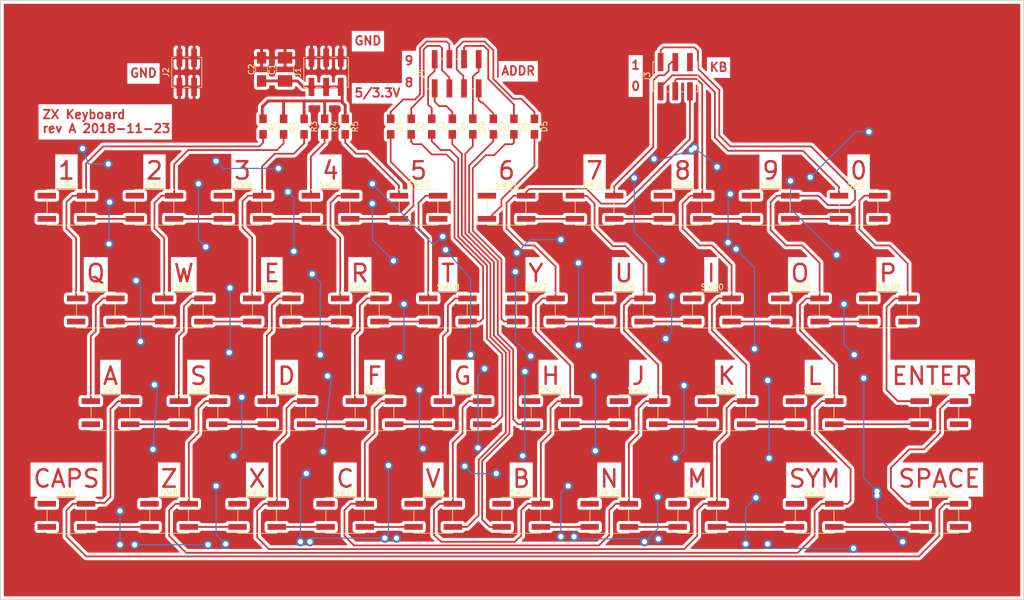
<source format=kicad_pcb>
(kicad_pcb (version 4) (host pcbnew 4.0.7)
  (layers (0 F.Cu signal) (31 B.Cu signal) (34 B.Paste user) (35 F.Paste user) (36 B.SilkS user) (37 F.SilkS user) (38 B.Mask user) (39 F.Mask user) (44 Edge.Cuts user))
  (net 0 "")
  (net 1 +5V)
  (net 2 GND)
  (net 3 /A11)
  (net 4 "Net-(D1-Pad2)")
  (net 5 /A10)
  (net 6 "Net-(D2-Pad2)")
  (net 7 /A9)
  (net 8 "Net-(D3-Pad2)")
  (net 9 /A8)
  (net 10 "Net-(D4-Pad2)")
  (net 11 /A12)
  (net 12 "Net-(D5-Pad2)")
  (net 13 /A13)
  (net 14 "Net-(D6-Pad2)")
  (net 15 /A14)
  (net 16 "Net-(D7-Pad2)")
  (net 17 /A15)
  (net 18 "Net-(D8-Pad2)")
  (net 19 /KB0)
  (net 20 /KB1)
  (net 21 /KB2)
  (net 22 /KB3)
  (net 23 /KB4)
  (module Resistors_SMD:R_0805_HandSoldering (layer F.Cu) (at 97.79 81.534 270)
    (fp_text reference D1 (at 0 -1.7 270) (layer F.SilkS))
    (fp_text value D)
    (pad 1 smd rect (at -1.35 0 270) (size 1.5 1.3) (layers F.Cu F.Paste F.Mask) (net 3 /A11))
    (pad 2 smd rect (at 1.35 0 270) (size 1.5 1.3) (layers F.Cu F.Paste F.Mask) (net 4 "Net-(D1-Pad2)"))
  )
  (module Resistors_SMD:R_0805_HandSoldering (layer F.Cu) (at 101.346 81.534 270)
    (fp_text reference D2 (at 0 -1.7 270) (layer F.SilkS))
    (fp_text value D)
    (pad 1 smd rect (at -1.35 0 270) (size 1.5 1.3) (layers F.Cu F.Paste F.Mask) (net 5 /A10))
    (pad 2 smd rect (at 1.35 0 270) (size 1.5 1.3) (layers F.Cu F.Paste F.Mask) (net 6 "Net-(D2-Pad2)"))
  )
  (module Resistors_SMD:R_0805_HandSoldering (layer F.Cu) (at 104.902 81.534 270)
    (fp_text reference D3 (at 0 -1.7 270) (layer F.SilkS))
    (fp_text value D)
    (pad 1 smd rect (at -1.35 0 270) (size 1.5 1.3) (layers F.Cu F.Paste F.Mask) (net 7 /A9))
    (pad 2 smd rect (at 1.35 0 270) (size 1.5 1.3) (layers F.Cu F.Paste F.Mask) (net 8 "Net-(D3-Pad2)"))
  )
  (module Resistors_SMD:R_0805_HandSoldering (layer F.Cu) (at 108.458 81.534 270)
    (fp_text reference D4 (at 0 -1.7 270) (layer F.SilkS))
    (fp_text value D)
    (pad 1 smd rect (at -1.35 0 270) (size 1.5 1.3) (layers F.Cu F.Paste F.Mask) (net 9 /A8))
    (pad 2 smd rect (at 1.35 0 270) (size 1.5 1.3) (layers F.Cu F.Paste F.Mask) (net 10 "Net-(D4-Pad2)"))
  )
  (module Resistors_SMD:R_0805_HandSoldering (layer F.Cu) (at 122.682 81.534 270)
    (fp_text reference D5 (at 0 -1.7 270) (layer F.SilkS))
    (fp_text value D)
    (pad 1 smd rect (at -1.35 0 270) (size 1.5 1.3) (layers F.Cu F.Paste F.Mask) (net 11 /A12))
    (pad 2 smd rect (at 1.35 0 270) (size 1.5 1.3) (layers F.Cu F.Paste F.Mask) (net 12 "Net-(D5-Pad2)"))
  )
  (module Resistors_SMD:R_0805_HandSoldering (layer F.Cu) (at 119.126 81.534 270)
    (fp_text reference D6 (at 0 -1.7 270) (layer F.SilkS))
    (fp_text value D)
    (pad 1 smd rect (at -1.35 0 270) (size 1.5 1.3) (layers F.Cu F.Paste F.Mask) (net 13 /A13))
    (pad 2 smd rect (at 1.35 0 270) (size 1.5 1.3) (layers F.Cu F.Paste F.Mask) (net 14 "Net-(D6-Pad2)"))
  )
  (module Resistors_SMD:R_0805_HandSoldering (layer F.Cu) (at 115.57 81.534 270)
    (fp_text reference D7 (at 0 -1.7 270) (layer F.SilkS))
    (fp_text value D)
    (pad 1 smd rect (at -1.35 0 270) (size 1.5 1.3) (layers F.Cu F.Paste F.Mask) (net 15 /A14))
    (pad 2 smd rect (at 1.35 0 270) (size 1.5 1.3) (layers F.Cu F.Paste F.Mask) (net 16 "Net-(D7-Pad2)"))
  )
  (module Resistors_SMD:R_0805_HandSoldering (layer F.Cu) (at 112.014 81.534 270)
    (fp_text reference D8 (at 0 -1.7 270) (layer F.SilkS))
    (fp_text value D)
    (pad 1 smd rect (at -1.35 0 270) (size 1.5 1.3) (layers F.Cu F.Paste F.Mask) (net 17 /A15))
    (pad 2 smd rect (at 1.35 0 270) (size 1.5 1.3) (layers F.Cu F.Paste F.Mask) (net 18 "Net-(D8-Pad2)"))
  )
  (module Pin_Headers:Pin_Header_Straight_2x03_Pitch2.54mm_SMD (layer F.Cu) (at 86.614 72.136 90)
    (fp_text reference J1 (at 0 -4.87 90) (layer F.SilkS))
    (fp_text value PWR)
    (pad 1 smd rect (at -2.525 -2.54 90) (size 3.15 1) (layers F.Cu F.Paste F.Mask) (net 1 +5V))
    (pad 2 smd rect (at 2.525 -2.54 90) (size 3.15 1) (layers F.Cu F.Paste F.Mask) (net 2 GND))
    (pad 3 smd rect (at -2.525 0 90) (size 3.15 1) (layers F.Cu F.Paste F.Mask) (net 1 +5V))
    (pad 4 smd rect (at 2.525 0 90) (size 3.15 1) (layers F.Cu F.Paste F.Mask) (net 2 GND))
    (pad 5 smd rect (at -2.525 2.54 90) (size 3.15 1) (layers F.Cu F.Paste F.Mask) (net 1 +5V))
    (pad 6 smd rect (at 2.525 2.54 90) (size 3.15 1) (layers F.Cu F.Paste F.Mask) (net 2 GND))
  )
  (module Resistors_SMD:R_0805_HandSoldering (layer F.Cu) (at 75.692 81.534 270)
    (fp_text reference R1 (at 0 -1.7 270) (layer F.SilkS))
    (fp_text value 10k)
    (pad 1 smd rect (at -1.35 0 270) (size 1.5 1.3) (layers F.Cu F.Paste F.Mask) (net 1 +5V))
    (pad 2 smd rect (at 1.35 0 270) (size 1.5 1.3) (layers F.Cu F.Paste F.Mask) (net 19 /KB0))
  )
  (module Resistors_SMD:R_0805_HandSoldering (layer F.Cu) (at 79.248 81.534 270)
    (fp_text reference R2 (at 0 -1.7 270) (layer F.SilkS))
    (fp_text value 10k)
    (pad 1 smd rect (at -1.35 0 270) (size 1.5 1.3) (layers F.Cu F.Paste F.Mask) (net 1 +5V))
    (pad 2 smd rect (at 1.35 0 270) (size 1.5 1.3) (layers F.Cu F.Paste F.Mask) (net 20 /KB1))
  )
  (module Resistors_SMD:R_0805_HandSoldering (layer F.Cu) (at 82.804 81.534 270)
    (fp_text reference R3 (at 0 -1.7 270) (layer F.SilkS))
    (fp_text value 10k)
    (pad 1 smd rect (at -1.35 0 270) (size 1.5 1.3) (layers F.Cu F.Paste F.Mask) (net 1 +5V))
    (pad 2 smd rect (at 1.35 0 270) (size 1.5 1.3) (layers F.Cu F.Paste F.Mask) (net 21 /KB2))
  )
  (module Resistors_SMD:R_0805_HandSoldering (layer F.Cu) (at 86.36 81.534 270)
    (fp_text reference R4 (at 0 -1.7 270) (layer F.SilkS))
    (fp_text value 10k)
    (pad 1 smd rect (at -1.35 0 270) (size 1.5 1.3) (layers F.Cu F.Paste F.Mask) (net 1 +5V))
    (pad 2 smd rect (at 1.35 0 270) (size 1.5 1.3) (layers F.Cu F.Paste F.Mask) (net 22 /KB3))
  )
  (module Resistors_SMD:R_0805_HandSoldering (layer F.Cu) (at 89.916 81.534 270)
    (fp_text reference R5 (at 0 -1.7 270) (layer F.SilkS))
    (fp_text value 10k)
    (pad 1 smd rect (at -1.35 0 270) (size 1.5 1.3) (layers F.Cu F.Paste F.Mask) (net 1 +5V))
    (pad 2 smd rect (at 1.35 0 270) (size 1.5 1.3) (layers F.Cu F.Paste F.Mask) (net 23 /KB4))
  )
  (module Capacitors_SMD:C_1210_HandSoldering (layer F.Cu) (at 79.502 71.628 90)
    (fp_text reference C1 (at 0 -2.25 90) (layer F.SilkS))
    (fp_text value 10u)
    (pad 1 smd rect (at -2 0 90) (size 2 2.5) (layers F.Cu F.Paste F.Mask) (net 1 +5V))
    (pad 2 smd rect (at 2 0 90) (size 2 2.5) (layers F.Cu F.Paste F.Mask) (net 2 GND))
  )
  (module Capacitors_SMD:C_1206_HandSoldering (layer F.Cu) (at 75.438 71.628 90)
    (fp_text reference C2 (at 0 -1.75 90) (layer F.SilkS))
    (fp_text value 100n)
    (pad 1 smd rect (at -2 0 90) (size 2 1.6) (layers F.Cu F.Paste F.Mask) (net 1 +5V))
    (pad 2 smd rect (at 2 0 90) (size 2 1.6) (layers F.Cu F.Paste F.Mask) (net 2 GND))
  )
  (module Pin_Headers:Pin_Header_Straight_2x02_Pitch2.54mm_SMD (layer F.Cu) (at 62.484 72.136 90)
    (fp_text reference J2 (at 0 -3.6 90) (layer F.SilkS))
    (fp_text value GND)
    (pad 1 smd rect (at -2.525 -1.27 90) (size 3.15 1) (layers F.Cu F.Paste F.Mask) (net 2 GND))
    (pad 2 smd rect (at 2.525 -1.27 90) (size 3.15 1) (layers F.Cu F.Paste F.Mask) (net 2 GND))
    (pad 3 smd rect (at -2.525 1.27 90) (size 3.15 1) (layers F.Cu F.Paste F.Mask) (net 2 GND))
    (pad 4 smd rect (at 2.525 1.27 90) (size 3.15 1) (layers F.Cu F.Paste F.Mask) (net 2 GND))
  )
  (module Pin_Headers:Pin_Header_Straight_2x03_Pitch2.54mm_SMD (layer F.Cu) (at 147.066 72.898 90)
    (fp_text reference J3 (at 0 -4.87 90) (layer F.SilkS))
    (fp_text value KB)
    (pad 1 smd rect (at -2.525 -2.54 90) (size 3.15 1) (layers F.Cu F.Paste F.Mask) (net 19 /KB0))
    (pad 2 smd rect (at 2.525 -2.54 90) (size 3.15 1) (layers F.Cu F.Paste F.Mask) (net 20 /KB1))
    (pad 3 smd rect (at -2.525 0 90) (size 3.15 1) (layers F.Cu F.Paste F.Mask) (net 21 /KB2))
    (pad 4 smd rect (at 2.525 0 90) (size 3.15 1) (layers F.Cu F.Paste F.Mask) (net 22 /KB3))
    (pad 5 smd rect (at -2.525 2.54 90) (size 3.15 1) (layers F.Cu F.Paste F.Mask) (net 23 /KB4))
    (pad 6 smd rect (at 2.525 2.54 90) (size 3.15 1) (layers F.Cu F.Paste F.Mask))
  )
  (module Pin_Headers:Pin_Header_Straight_2x04_Pitch2.54mm_SMD (layer F.Cu) (at 109.22 72.39 90)
    (fp_text reference J4 (at 0 -6.14 90) (layer F.SilkS))
    (fp_text value ADDR)
    (pad 1 smd rect (at -2.525 -3.81 90) (size 3.15 1) (layers F.Cu F.Paste F.Mask) (net 9 /A8))
    (pad 2 smd rect (at 2.525 -3.81 90) (size 3.15 1) (layers F.Cu F.Paste F.Mask) (net 7 /A9))
    (pad 3 smd rect (at -2.525 -1.27 90) (size 3.15 1) (layers F.Cu F.Paste F.Mask) (net 5 /A10))
    (pad 4 smd rect (at 2.525 -1.27 90) (size 3.15 1) (layers F.Cu F.Paste F.Mask) (net 3 /A11))
    (pad 5 smd rect (at -2.525 1.27 90) (size 3.15 1) (layers F.Cu F.Paste F.Mask) (net 11 /A12))
    (pad 6 smd rect (at 2.525 1.27 90) (size 3.15 1) (layers F.Cu F.Paste F.Mask) (net 13 /A13))
    (pad 7 smd rect (at -2.525 3.81 90) (size 3.15 1) (layers F.Cu F.Paste F.Mask) (net 15 /A14))
    (pad 8 smd rect (at 2.525 3.81 90) (size 3.15 1) (layers F.Cu F.Paste F.Mask) (net 17 /A15))
  )
  (module Buttons_Switches_SMD:SW_SPST_EVQQ2 (layer F.Cu) (at 41.656 95.504)
    (fp_text reference SW1 (at 0.05 -3.95) (layer F.SilkS))
    (fp_text value SW_1)
    (pad 1 smd rect (at 3.4 -2) (size 3.2 1) (layers F.Cu F.Paste F.Mask) (net 19 /KB0))
    (pad 1 smd rect (at -3.4 -2) (size 3.2 1) (layers F.Cu F.Paste F.Mask) (net 19 /KB0))
    (pad 2 smd rect (at -3.4 2) (size 3.2 1) (layers F.Cu F.Paste F.Mask) (net 4 "Net-(D1-Pad2)"))
    (pad 2 smd rect (at 3.4 2) (size 3.2 1) (layers F.Cu F.Paste F.Mask) (net 4 "Net-(D1-Pad2)"))
  )
  (module Buttons_Switches_SMD:SW_SPST_EVQQ2 (layer F.Cu) (at 46.736 113.284)
    (fp_text reference SW2 (at 0.05 -3.95) (layer F.SilkS))
    (fp_text value SW_Q)
    (pad 1 smd rect (at 3.4 -2) (size 3.2 1) (layers F.Cu F.Paste F.Mask) (net 19 /KB0))
    (pad 1 smd rect (at -3.4 -2) (size 3.2 1) (layers F.Cu F.Paste F.Mask) (net 19 /KB0))
    (pad 2 smd rect (at -3.4 2) (size 3.2 1) (layers F.Cu F.Paste F.Mask) (net 6 "Net-(D2-Pad2)"))
    (pad 2 smd rect (at 3.4 2) (size 3.2 1) (layers F.Cu F.Paste F.Mask) (net 6 "Net-(D2-Pad2)"))
  )
  (module Buttons_Switches_SMD:SW_SPST_EVQQ2 (layer F.Cu) (at 49.276 131.064)
    (fp_text reference SW3 (at 0.05 -3.95) (layer F.SilkS))
    (fp_text value SW_A)
    (pad 1 smd rect (at 3.4 -2) (size 3.2 1) (layers F.Cu F.Paste F.Mask) (net 19 /KB0))
    (pad 1 smd rect (at -3.4 -2) (size 3.2 1) (layers F.Cu F.Paste F.Mask) (net 19 /KB0))
    (pad 2 smd rect (at -3.4 2) (size 3.2 1) (layers F.Cu F.Paste F.Mask) (net 8 "Net-(D3-Pad2)"))
    (pad 2 smd rect (at 3.4 2) (size 3.2 1) (layers F.Cu F.Paste F.Mask) (net 8 "Net-(D3-Pad2)"))
  )
  (module Buttons_Switches_SMD:SW_SPST_EVQQ2 (layer F.Cu) (at 41.656 148.844)
    (fp_text reference SW4 (at 0.05 -3.95) (layer F.SilkS))
    (fp_text value SW_CAPS)
    (pad 1 smd rect (at 3.4 -2) (size 3.2 1) (layers F.Cu F.Paste F.Mask) (net 19 /KB0))
    (pad 1 smd rect (at -3.4 -2) (size 3.2 1) (layers F.Cu F.Paste F.Mask) (net 19 /KB0))
    (pad 2 smd rect (at -3.4 2) (size 3.2 1) (layers F.Cu F.Paste F.Mask) (net 10 "Net-(D4-Pad2)"))
    (pad 2 smd rect (at 3.4 2) (size 3.2 1) (layers F.Cu F.Paste F.Mask) (net 10 "Net-(D4-Pad2)"))
  )
  (module Buttons_Switches_SMD:SW_SPST_EVQQ2 (layer F.Cu) (at 56.896 95.504)
    (fp_text reference SW5 (at 0.05 -3.95) (layer F.SilkS))
    (fp_text value SW_2)
    (pad 1 smd rect (at 3.4 -2) (size 3.2 1) (layers F.Cu F.Paste F.Mask) (net 20 /KB1))
    (pad 1 smd rect (at -3.4 -2) (size 3.2 1) (layers F.Cu F.Paste F.Mask) (net 20 /KB1))
    (pad 2 smd rect (at -3.4 2) (size 3.2 1) (layers F.Cu F.Paste F.Mask) (net 4 "Net-(D1-Pad2)"))
    (pad 2 smd rect (at 3.4 2) (size 3.2 1) (layers F.Cu F.Paste F.Mask) (net 4 "Net-(D1-Pad2)"))
  )
  (module Buttons_Switches_SMD:SW_SPST_EVQQ2 (layer F.Cu) (at 61.976 113.284)
    (fp_text reference SW6 (at 0.05 -3.95) (layer F.SilkS))
    (fp_text value SW_W)
    (pad 1 smd rect (at 3.4 -2) (size 3.2 1) (layers F.Cu F.Paste F.Mask) (net 20 /KB1))
    (pad 1 smd rect (at -3.4 -2) (size 3.2 1) (layers F.Cu F.Paste F.Mask) (net 20 /KB1))
    (pad 2 smd rect (at -3.4 2) (size 3.2 1) (layers F.Cu F.Paste F.Mask) (net 6 "Net-(D2-Pad2)"))
    (pad 2 smd rect (at 3.4 2) (size 3.2 1) (layers F.Cu F.Paste F.Mask) (net 6 "Net-(D2-Pad2)"))
  )
  (module Buttons_Switches_SMD:SW_SPST_EVQQ2 (layer F.Cu) (at 64.516 131.064)
    (fp_text reference SW7 (at 0.05 -3.95) (layer F.SilkS))
    (fp_text value SW_S)
    (pad 1 smd rect (at 3.4 -2) (size 3.2 1) (layers F.Cu F.Paste F.Mask) (net 20 /KB1))
    (pad 1 smd rect (at -3.4 -2) (size 3.2 1) (layers F.Cu F.Paste F.Mask) (net 20 /KB1))
    (pad 2 smd rect (at -3.4 2) (size 3.2 1) (layers F.Cu F.Paste F.Mask) (net 8 "Net-(D3-Pad2)"))
    (pad 2 smd rect (at 3.4 2) (size 3.2 1) (layers F.Cu F.Paste F.Mask) (net 8 "Net-(D3-Pad2)"))
  )
  (module Buttons_Switches_SMD:SW_SPST_EVQQ2 (layer F.Cu) (at 59.436 148.844)
    (fp_text reference SW8 (at 0.05 -3.95) (layer F.SilkS))
    (fp_text value SW_Z)
    (pad 1 smd rect (at 3.4 -2) (size 3.2 1) (layers F.Cu F.Paste F.Mask) (net 20 /KB1))
    (pad 1 smd rect (at -3.4 -2) (size 3.2 1) (layers F.Cu F.Paste F.Mask) (net 20 /KB1))
    (pad 2 smd rect (at -3.4 2) (size 3.2 1) (layers F.Cu F.Paste F.Mask) (net 10 "Net-(D4-Pad2)"))
    (pad 2 smd rect (at 3.4 2) (size 3.2 1) (layers F.Cu F.Paste F.Mask) (net 10 "Net-(D4-Pad2)"))
  )
  (module Buttons_Switches_SMD:SW_SPST_EVQQ2 (layer F.Cu) (at 72.136 95.504)
    (fp_text reference SW9 (at 0.05 -3.95) (layer F.SilkS))
    (fp_text value SW_3)
    (pad 1 smd rect (at 3.4 -2) (size 3.2 1) (layers F.Cu F.Paste F.Mask) (net 21 /KB2))
    (pad 1 smd rect (at -3.4 -2) (size 3.2 1) (layers F.Cu F.Paste F.Mask) (net 21 /KB2))
    (pad 2 smd rect (at -3.4 2) (size 3.2 1) (layers F.Cu F.Paste F.Mask) (net 4 "Net-(D1-Pad2)"))
    (pad 2 smd rect (at 3.4 2) (size 3.2 1) (layers F.Cu F.Paste F.Mask) (net 4 "Net-(D1-Pad2)"))
  )
  (module Buttons_Switches_SMD:SW_SPST_EVQQ2 (layer F.Cu) (at 77.216 113.284)
    (fp_text reference SW10 (at 0.05 -3.95) (layer F.SilkS))
    (fp_text value SW_E)
    (pad 1 smd rect (at 3.4 -2) (size 3.2 1) (layers F.Cu F.Paste F.Mask) (net 21 /KB2))
    (pad 1 smd rect (at -3.4 -2) (size 3.2 1) (layers F.Cu F.Paste F.Mask) (net 21 /KB2))
    (pad 2 smd rect (at -3.4 2) (size 3.2 1) (layers F.Cu F.Paste F.Mask) (net 6 "Net-(D2-Pad2)"))
    (pad 2 smd rect (at 3.4 2) (size 3.2 1) (layers F.Cu F.Paste F.Mask) (net 6 "Net-(D2-Pad2)"))
  )
  (module Buttons_Switches_SMD:SW_SPST_EVQQ2 (layer F.Cu) (at 79.756 131.064)
    (fp_text reference SW11 (at 0.05 -3.95) (layer F.SilkS))
    (fp_text value SW_D)
    (pad 1 smd rect (at 3.4 -2) (size 3.2 1) (layers F.Cu F.Paste F.Mask) (net 21 /KB2))
    (pad 1 smd rect (at -3.4 -2) (size 3.2 1) (layers F.Cu F.Paste F.Mask) (net 21 /KB2))
    (pad 2 smd rect (at -3.4 2) (size 3.2 1) (layers F.Cu F.Paste F.Mask) (net 8 "Net-(D3-Pad2)"))
    (pad 2 smd rect (at 3.4 2) (size 3.2 1) (layers F.Cu F.Paste F.Mask) (net 8 "Net-(D3-Pad2)"))
  )
  (module Buttons_Switches_SMD:SW_SPST_EVQQ2 (layer F.Cu) (at 74.676 148.844)
    (fp_text reference SW12 (at 0.05 -3.95) (layer F.SilkS))
    (fp_text value SW_X)
    (pad 1 smd rect (at 3.4 -2) (size 3.2 1) (layers F.Cu F.Paste F.Mask) (net 21 /KB2))
    (pad 1 smd rect (at -3.4 -2) (size 3.2 1) (layers F.Cu F.Paste F.Mask) (net 21 /KB2))
    (pad 2 smd rect (at -3.4 2) (size 3.2 1) (layers F.Cu F.Paste F.Mask) (net 10 "Net-(D4-Pad2)"))
    (pad 2 smd rect (at 3.4 2) (size 3.2 1) (layers F.Cu F.Paste F.Mask) (net 10 "Net-(D4-Pad2)"))
  )
  (module Buttons_Switches_SMD:SW_SPST_EVQQ2 (layer F.Cu) (at 87.376 95.504)
    (fp_text reference SW13 (at 0.05 -3.95) (layer F.SilkS))
    (fp_text value SW_4)
    (pad 1 smd rect (at 3.4 -2) (size 3.2 1) (layers F.Cu F.Paste F.Mask) (net 22 /KB3))
    (pad 1 smd rect (at -3.4 -2) (size 3.2 1) (layers F.Cu F.Paste F.Mask) (net 22 /KB3))
    (pad 2 smd rect (at -3.4 2) (size 3.2 1) (layers F.Cu F.Paste F.Mask) (net 4 "Net-(D1-Pad2)"))
    (pad 2 smd rect (at 3.4 2) (size 3.2 1) (layers F.Cu F.Paste F.Mask) (net 4 "Net-(D1-Pad2)"))
  )
  (module Buttons_Switches_SMD:SW_SPST_EVQQ2 (layer F.Cu) (at 92.456 113.284)
    (fp_text reference SW14 (at 0.05 -3.95) (layer F.SilkS))
    (fp_text value SW_R)
    (pad 1 smd rect (at 3.4 -2) (size 3.2 1) (layers F.Cu F.Paste F.Mask) (net 22 /KB3))
    (pad 1 smd rect (at -3.4 -2) (size 3.2 1) (layers F.Cu F.Paste F.Mask) (net 22 /KB3))
    (pad 2 smd rect (at -3.4 2) (size 3.2 1) (layers F.Cu F.Paste F.Mask) (net 6 "Net-(D2-Pad2)"))
    (pad 2 smd rect (at 3.4 2) (size 3.2 1) (layers F.Cu F.Paste F.Mask) (net 6 "Net-(D2-Pad2)"))
  )
  (module Buttons_Switches_SMD:SW_SPST_EVQQ2 (layer F.Cu) (at 94.996 131.064)
    (fp_text reference SW15 (at 0.05 -3.95) (layer F.SilkS))
    (fp_text value SW_F)
    (pad 1 smd rect (at 3.4 -2) (size 3.2 1) (layers F.Cu F.Paste F.Mask) (net 22 /KB3))
    (pad 1 smd rect (at -3.4 -2) (size 3.2 1) (layers F.Cu F.Paste F.Mask) (net 22 /KB3))
    (pad 2 smd rect (at -3.4 2) (size 3.2 1) (layers F.Cu F.Paste F.Mask) (net 8 "Net-(D3-Pad2)"))
    (pad 2 smd rect (at 3.4 2) (size 3.2 1) (layers F.Cu F.Paste F.Mask) (net 8 "Net-(D3-Pad2)"))
  )
  (module Buttons_Switches_SMD:SW_SPST_EVQQ2 (layer F.Cu) (at 89.916 148.844)
    (fp_text reference SW16 (at 0.05 -3.95) (layer F.SilkS))
    (fp_text value SW_C)
    (pad 1 smd rect (at 3.4 -2) (size 3.2 1) (layers F.Cu F.Paste F.Mask) (net 22 /KB3))
    (pad 1 smd rect (at -3.4 -2) (size 3.2 1) (layers F.Cu F.Paste F.Mask) (net 22 /KB3))
    (pad 2 smd rect (at -3.4 2) (size 3.2 1) (layers F.Cu F.Paste F.Mask) (net 10 "Net-(D4-Pad2)"))
    (pad 2 smd rect (at 3.4 2) (size 3.2 1) (layers F.Cu F.Paste F.Mask) (net 10 "Net-(D4-Pad2)"))
  )
  (module Buttons_Switches_SMD:SW_SPST_EVQQ2 (layer F.Cu) (at 102.616 95.504)
    (fp_text reference SW17 (at 0.05 -3.95) (layer F.SilkS))
    (fp_text value SW_5)
    (pad 1 smd rect (at 3.4 -2) (size 3.2 1) (layers F.Cu F.Paste F.Mask) (net 23 /KB4))
    (pad 1 smd rect (at -3.4 -2) (size 3.2 1) (layers F.Cu F.Paste F.Mask) (net 23 /KB4))
    (pad 2 smd rect (at -3.4 2) (size 3.2 1) (layers F.Cu F.Paste F.Mask) (net 4 "Net-(D1-Pad2)"))
    (pad 2 smd rect (at 3.4 2) (size 3.2 1) (layers F.Cu F.Paste F.Mask) (net 4 "Net-(D1-Pad2)"))
  )
  (module Buttons_Switches_SMD:SW_SPST_EVQQ2 (layer F.Cu) (at 107.696 113.284)
    (fp_text reference SW18 (at 0.05 -3.95) (layer F.SilkS))
    (fp_text value SW_T)
    (pad 1 smd rect (at 3.4 -2) (size 3.2 1) (layers F.Cu F.Paste F.Mask) (net 23 /KB4))
    (pad 1 smd rect (at -3.4 -2) (size 3.2 1) (layers F.Cu F.Paste F.Mask) (net 23 /KB4))
    (pad 2 smd rect (at -3.4 2) (size 3.2 1) (layers F.Cu F.Paste F.Mask) (net 6 "Net-(D2-Pad2)"))
    (pad 2 smd rect (at 3.4 2) (size 3.2 1) (layers F.Cu F.Paste F.Mask) (net 6 "Net-(D2-Pad2)"))
  )
  (module Buttons_Switches_SMD:SW_SPST_EVQQ2 (layer F.Cu) (at 110.236 131.064)
    (fp_text reference SW19 (at 0.05 -3.95) (layer F.SilkS))
    (fp_text value SW_G)
    (pad 1 smd rect (at 3.4 -2) (size 3.2 1) (layers F.Cu F.Paste F.Mask) (net 23 /KB4))
    (pad 1 smd rect (at -3.4 -2) (size 3.2 1) (layers F.Cu F.Paste F.Mask) (net 23 /KB4))
    (pad 2 smd rect (at -3.4 2) (size 3.2 1) (layers F.Cu F.Paste F.Mask) (net 8 "Net-(D3-Pad2)"))
    (pad 2 smd rect (at 3.4 2) (size 3.2 1) (layers F.Cu F.Paste F.Mask) (net 8 "Net-(D3-Pad2)"))
  )
  (module Buttons_Switches_SMD:SW_SPST_EVQQ2 (layer F.Cu) (at 105.156 148.844)
    (fp_text reference SW20 (at 0.05 -3.95) (layer F.SilkS))
    (fp_text value SW_V)
    (pad 1 smd rect (at 3.4 -2) (size 3.2 1) (layers F.Cu F.Paste F.Mask) (net 23 /KB4))
    (pad 1 smd rect (at -3.4 -2) (size 3.2 1) (layers F.Cu F.Paste F.Mask) (net 23 /KB4))
    (pad 2 smd rect (at -3.4 2) (size 3.2 1) (layers F.Cu F.Paste F.Mask) (net 10 "Net-(D4-Pad2)"))
    (pad 2 smd rect (at 3.4 2) (size 3.2 1) (layers F.Cu F.Paste F.Mask) (net 10 "Net-(D4-Pad2)"))
  )
  (module Buttons_Switches_SMD:SW_SPST_EVQQ2 (layer F.Cu) (at 117.856 95.504)
    (fp_text reference SW21 (at 0.05 -3.95) (layer F.SilkS))
    (fp_text value SW_6)
    (pad 1 smd rect (at 3.4 -2) (size 3.2 1) (layers F.Cu F.Paste F.Mask) (net 23 /KB4))
    (pad 1 smd rect (at -3.4 -2) (size 3.2 1) (layers F.Cu F.Paste F.Mask) (net 23 /KB4))
    (pad 2 smd rect (at -3.4 2) (size 3.2 1) (layers F.Cu F.Paste F.Mask) (net 12 "Net-(D5-Pad2)"))
    (pad 2 smd rect (at 3.4 2) (size 3.2 1) (layers F.Cu F.Paste F.Mask) (net 12 "Net-(D5-Pad2)"))
  )
  (module Buttons_Switches_SMD:SW_SPST_EVQQ2 (layer F.Cu) (at 122.936 113.284)
    (fp_text reference SW22 (at 0.05 -3.95) (layer F.SilkS))
    (fp_text value SW_Y)
    (pad 1 smd rect (at 3.4 -2) (size 3.2 1) (layers F.Cu F.Paste F.Mask) (net 23 /KB4))
    (pad 1 smd rect (at -3.4 -2) (size 3.2 1) (layers F.Cu F.Paste F.Mask) (net 23 /KB4))
    (pad 2 smd rect (at -3.4 2) (size 3.2 1) (layers F.Cu F.Paste F.Mask) (net 14 "Net-(D6-Pad2)"))
    (pad 2 smd rect (at 3.4 2) (size 3.2 1) (layers F.Cu F.Paste F.Mask) (net 14 "Net-(D6-Pad2)"))
  )
  (module Buttons_Switches_SMD:SW_SPST_EVQQ2 (layer F.Cu) (at 125.476 131.064)
    (fp_text reference SW23 (at 0.05 -3.95) (layer F.SilkS))
    (fp_text value SW_H)
    (pad 1 smd rect (at 3.4 -2) (size 3.2 1) (layers F.Cu F.Paste F.Mask) (net 23 /KB4))
    (pad 1 smd rect (at -3.4 -2) (size 3.2 1) (layers F.Cu F.Paste F.Mask) (net 23 /KB4))
    (pad 2 smd rect (at -3.4 2) (size 3.2 1) (layers F.Cu F.Paste F.Mask) (net 16 "Net-(D7-Pad2)"))
    (pad 2 smd rect (at 3.4 2) (size 3.2 1) (layers F.Cu F.Paste F.Mask) (net 16 "Net-(D7-Pad2)"))
  )
  (module Buttons_Switches_SMD:SW_SPST_EVQQ2 (layer F.Cu) (at 120.396 148.844)
    (fp_text reference SW24 (at 0.05 -3.95) (layer F.SilkS))
    (fp_text value SW_B)
    (pad 1 smd rect (at 3.4 -2) (size 3.2 1) (layers F.Cu F.Paste F.Mask) (net 23 /KB4))
    (pad 1 smd rect (at -3.4 -2) (size 3.2 1) (layers F.Cu F.Paste F.Mask) (net 23 /KB4))
    (pad 2 smd rect (at -3.4 2) (size 3.2 1) (layers F.Cu F.Paste F.Mask) (net 18 "Net-(D8-Pad2)"))
    (pad 2 smd rect (at 3.4 2) (size 3.2 1) (layers F.Cu F.Paste F.Mask) (net 18 "Net-(D8-Pad2)"))
  )
  (module Buttons_Switches_SMD:SW_SPST_EVQQ2 (layer F.Cu) (at 133.096 95.504)
    (fp_text reference SW25 (at 0.05 -3.95) (layer F.SilkS))
    (fp_text value SW_7)
    (pad 1 smd rect (at 3.4 -2) (size 3.2 1) (layers F.Cu F.Paste F.Mask) (net 22 /KB3))
    (pad 1 smd rect (at -3.4 -2) (size 3.2 1) (layers F.Cu F.Paste F.Mask) (net 22 /KB3))
    (pad 2 smd rect (at -3.4 2) (size 3.2 1) (layers F.Cu F.Paste F.Mask) (net 12 "Net-(D5-Pad2)"))
    (pad 2 smd rect (at 3.4 2) (size 3.2 1) (layers F.Cu F.Paste F.Mask) (net 12 "Net-(D5-Pad2)"))
  )
  (module Buttons_Switches_SMD:SW_SPST_EVQQ2 (layer F.Cu) (at 138.176 113.284)
    (fp_text reference SW26 (at 0.05 -3.95) (layer F.SilkS))
    (fp_text value SW_U)
    (pad 1 smd rect (at 3.4 -2) (size 3.2 1) (layers F.Cu F.Paste F.Mask) (net 22 /KB3))
    (pad 1 smd rect (at -3.4 -2) (size 3.2 1) (layers F.Cu F.Paste F.Mask) (net 22 /KB3))
    (pad 2 smd rect (at -3.4 2) (size 3.2 1) (layers F.Cu F.Paste F.Mask) (net 14 "Net-(D6-Pad2)"))
    (pad 2 smd rect (at 3.4 2) (size 3.2 1) (layers F.Cu F.Paste F.Mask) (net 14 "Net-(D6-Pad2)"))
  )
  (module Buttons_Switches_SMD:SW_SPST_EVQQ2 (layer F.Cu) (at 140.716 131.064)
    (fp_text reference SW27 (at 0.05 -3.95) (layer F.SilkS))
    (fp_text value SW_J)
    (pad 1 smd rect (at 3.4 -2) (size 3.2 1) (layers F.Cu F.Paste F.Mask) (net 22 /KB3))
    (pad 1 smd rect (at -3.4 -2) (size 3.2 1) (layers F.Cu F.Paste F.Mask) (net 22 /KB3))
    (pad 2 smd rect (at -3.4 2) (size 3.2 1) (layers F.Cu F.Paste F.Mask) (net 16 "Net-(D7-Pad2)"))
    (pad 2 smd rect (at 3.4 2) (size 3.2 1) (layers F.Cu F.Paste F.Mask) (net 16 "Net-(D7-Pad2)"))
  )
  (module Buttons_Switches_SMD:SW_SPST_EVQQ2 (layer F.Cu) (at 135.636 148.844)
    (fp_text reference SW28 (at 0.05 -3.95) (layer F.SilkS))
    (fp_text value SW_N)
    (pad 1 smd rect (at 3.4 -2) (size 3.2 1) (layers F.Cu F.Paste F.Mask) (net 22 /KB3))
    (pad 1 smd rect (at -3.4 -2) (size 3.2 1) (layers F.Cu F.Paste F.Mask) (net 22 /KB3))
    (pad 2 smd rect (at -3.4 2) (size 3.2 1) (layers F.Cu F.Paste F.Mask) (net 18 "Net-(D8-Pad2)"))
    (pad 2 smd rect (at 3.4 2) (size 3.2 1) (layers F.Cu F.Paste F.Mask) (net 18 "Net-(D8-Pad2)"))
  )
  (module Buttons_Switches_SMD:SW_SPST_EVQQ2 (layer F.Cu) (at 148.336 95.504)
    (fp_text reference SW29 (at 0.05 -3.95) (layer F.SilkS))
    (fp_text value SW_8)
    (pad 1 smd rect (at 3.4 -2) (size 3.2 1) (layers F.Cu F.Paste F.Mask) (net 21 /KB2))
    (pad 1 smd rect (at -3.4 -2) (size 3.2 1) (layers F.Cu F.Paste F.Mask) (net 21 /KB2))
    (pad 2 smd rect (at -3.4 2) (size 3.2 1) (layers F.Cu F.Paste F.Mask) (net 12 "Net-(D5-Pad2)"))
    (pad 2 smd rect (at 3.4 2) (size 3.2 1) (layers F.Cu F.Paste F.Mask) (net 12 "Net-(D5-Pad2)"))
  )
  (module Buttons_Switches_SMD:SW_SPST_EVQQ2 (layer F.Cu) (at 153.416 113.284)
    (fp_text reference SW30 (at 0.05 -3.95) (layer F.SilkS))
    (fp_text value SW_I)
    (pad 1 smd rect (at 3.4 -2) (size 3.2 1) (layers F.Cu F.Paste F.Mask) (net 21 /KB2))
    (pad 1 smd rect (at -3.4 -2) (size 3.2 1) (layers F.Cu F.Paste F.Mask) (net 21 /KB2))
    (pad 2 smd rect (at -3.4 2) (size 3.2 1) (layers F.Cu F.Paste F.Mask) (net 14 "Net-(D6-Pad2)"))
    (pad 2 smd rect (at 3.4 2) (size 3.2 1) (layers F.Cu F.Paste F.Mask) (net 14 "Net-(D6-Pad2)"))
  )
  (module Buttons_Switches_SMD:SW_SPST_EVQQ2 (layer F.Cu) (at 155.956 131.064)
    (fp_text reference SW31 (at 0.05 -3.95) (layer F.SilkS))
    (fp_text value SW_K)
    (pad 1 smd rect (at 3.4 -2) (size 3.2 1) (layers F.Cu F.Paste F.Mask) (net 21 /KB2))
    (pad 1 smd rect (at -3.4 -2) (size 3.2 1) (layers F.Cu F.Paste F.Mask) (net 21 /KB2))
    (pad 2 smd rect (at -3.4 2) (size 3.2 1) (layers F.Cu F.Paste F.Mask) (net 16 "Net-(D7-Pad2)"))
    (pad 2 smd rect (at 3.4 2) (size 3.2 1) (layers F.Cu F.Paste F.Mask) (net 16 "Net-(D7-Pad2)"))
  )
  (module Buttons_Switches_SMD:SW_SPST_EVQQ2 (layer F.Cu) (at 150.876 148.844)
    (fp_text reference SW32 (at 0.05 -3.95) (layer F.SilkS))
    (fp_text value SW_M)
    (pad 1 smd rect (at 3.4 -2) (size 3.2 1) (layers F.Cu F.Paste F.Mask) (net 21 /KB2))
    (pad 1 smd rect (at -3.4 -2) (size 3.2 1) (layers F.Cu F.Paste F.Mask) (net 21 /KB2))
    (pad 2 smd rect (at -3.4 2) (size 3.2 1) (layers F.Cu F.Paste F.Mask) (net 18 "Net-(D8-Pad2)"))
    (pad 2 smd rect (at 3.4 2) (size 3.2 1) (layers F.Cu F.Paste F.Mask) (net 18 "Net-(D8-Pad2)"))
  )
  (module Buttons_Switches_SMD:SW_SPST_EVQQ2 (layer F.Cu) (at 163.576 95.504)
    (fp_text reference SW33 (at 0.05 -3.95) (layer F.SilkS))
    (fp_text value SW_9)
    (pad 1 smd rect (at 3.4 -2) (size 3.2 1) (layers F.Cu F.Paste F.Mask) (net 20 /KB1))
    (pad 1 smd rect (at -3.4 -2) (size 3.2 1) (layers F.Cu F.Paste F.Mask) (net 20 /KB1))
    (pad 2 smd rect (at -3.4 2) (size 3.2 1) (layers F.Cu F.Paste F.Mask) (net 12 "Net-(D5-Pad2)"))
    (pad 2 smd rect (at 3.4 2) (size 3.2 1) (layers F.Cu F.Paste F.Mask) (net 12 "Net-(D5-Pad2)"))
  )
  (module Buttons_Switches_SMD:SW_SPST_EVQQ2 (layer F.Cu) (at 168.656 113.284)
    (fp_text reference SW34 (at 0.05 -3.95) (layer F.SilkS))
    (fp_text value SW_O)
    (pad 1 smd rect (at 3.4 -2) (size 3.2 1) (layers F.Cu F.Paste F.Mask) (net 20 /KB1))
    (pad 1 smd rect (at -3.4 -2) (size 3.2 1) (layers F.Cu F.Paste F.Mask) (net 20 /KB1))
    (pad 2 smd rect (at -3.4 2) (size 3.2 1) (layers F.Cu F.Paste F.Mask) (net 14 "Net-(D6-Pad2)"))
    (pad 2 smd rect (at 3.4 2) (size 3.2 1) (layers F.Cu F.Paste F.Mask) (net 14 "Net-(D6-Pad2)"))
  )
  (module Buttons_Switches_SMD:SW_SPST_EVQQ2 (layer F.Cu) (at 171.196 131.064)
    (fp_text reference SW35 (at 0.05 -3.95) (layer F.SilkS))
    (fp_text value SW_L)
    (pad 1 smd rect (at 3.4 -2) (size 3.2 1) (layers F.Cu F.Paste F.Mask) (net 20 /KB1))
    (pad 1 smd rect (at -3.4 -2) (size 3.2 1) (layers F.Cu F.Paste F.Mask) (net 20 /KB1))
    (pad 2 smd rect (at -3.4 2) (size 3.2 1) (layers F.Cu F.Paste F.Mask) (net 16 "Net-(D7-Pad2)"))
    (pad 2 smd rect (at 3.4 2) (size 3.2 1) (layers F.Cu F.Paste F.Mask) (net 16 "Net-(D7-Pad2)"))
  )
  (module Buttons_Switches_SMD:SW_SPST_EVQQ2 (layer F.Cu) (at 171.196 148.844)
    (fp_text reference SW36 (at 0.05 -3.95) (layer F.SilkS))
    (fp_text value SW_SYM)
    (pad 1 smd rect (at 3.4 -2) (size 3.2 1) (layers F.Cu F.Paste F.Mask) (net 20 /KB1))
    (pad 1 smd rect (at -3.4 -2) (size 3.2 1) (layers F.Cu F.Paste F.Mask) (net 20 /KB1))
    (pad 2 smd rect (at -3.4 2) (size 3.2 1) (layers F.Cu F.Paste F.Mask) (net 18 "Net-(D8-Pad2)"))
    (pad 2 smd rect (at 3.4 2) (size 3.2 1) (layers F.Cu F.Paste F.Mask) (net 18 "Net-(D8-Pad2)"))
  )
  (module Buttons_Switches_SMD:SW_SPST_EVQQ2 (layer F.Cu) (at 178.816 95.504)
    (fp_text reference SW37 (at 0.05 -3.95) (layer F.SilkS))
    (fp_text value SW_0)
    (pad 1 smd rect (at 3.4 -2) (size 3.2 1) (layers F.Cu F.Paste F.Mask) (net 19 /KB0))
    (pad 1 smd rect (at -3.4 -2) (size 3.2 1) (layers F.Cu F.Paste F.Mask) (net 19 /KB0))
    (pad 2 smd rect (at -3.4 2) (size 3.2 1) (layers F.Cu F.Paste F.Mask) (net 12 "Net-(D5-Pad2)"))
    (pad 2 smd rect (at 3.4 2) (size 3.2 1) (layers F.Cu F.Paste F.Mask) (net 12 "Net-(D5-Pad2)"))
  )
  (module Buttons_Switches_SMD:SW_SPST_EVQQ2 (layer F.Cu) (at 183.896 113.284)
    (fp_text reference SW38 (at 0.05 -3.95) (layer F.SilkS))
    (fp_text value SW_P)
    (pad 1 smd rect (at 3.4 -2) (size 3.2 1) (layers F.Cu F.Paste F.Mask) (net 19 /KB0))
    (pad 1 smd rect (at -3.4 -2) (size 3.2 1) (layers F.Cu F.Paste F.Mask) (net 19 /KB0))
    (pad 2 smd rect (at -3.4 2) (size 3.2 1) (layers F.Cu F.Paste F.Mask) (net 14 "Net-(D6-Pad2)"))
    (pad 2 smd rect (at 3.4 2) (size 3.2 1) (layers F.Cu F.Paste F.Mask) (net 14 "Net-(D6-Pad2)"))
  )
  (module Buttons_Switches_SMD:SW_SPST_EVQQ2 (layer F.Cu) (at 192.786 131.064)
    (fp_text reference SW39 (at 0.05 -3.95) (layer F.SilkS))
    (fp_text value SW_ENT)
    (pad 1 smd rect (at 3.4 -2) (size 3.2 1) (layers F.Cu F.Paste F.Mask) (net 19 /KB0))
    (pad 1 smd rect (at -3.4 -2) (size 3.2 1) (layers F.Cu F.Paste F.Mask) (net 19 /KB0))
    (pad 2 smd rect (at -3.4 2) (size 3.2 1) (layers F.Cu F.Paste F.Mask) (net 16 "Net-(D7-Pad2)"))
    (pad 2 smd rect (at 3.4 2) (size 3.2 1) (layers F.Cu F.Paste F.Mask) (net 16 "Net-(D7-Pad2)"))
  )
  (module Buttons_Switches_SMD:SW_SPST_EVQQ2 (layer F.Cu) (at 192.786 148.844)
    (fp_text reference SW40 (at 0.05 -3.95) (layer F.SilkS))
    (fp_text value SW_SP)
    (pad 1 smd rect (at 3.4 -2) (size 3.2 1) (layers F.Cu F.Paste F.Mask) (net 19 /KB0))
    (pad 1 smd rect (at -3.4 -2) (size 3.2 1) (layers F.Cu F.Paste F.Mask) (net 19 /KB0))
    (pad 2 smd rect (at -3.4 2) (size 3.2 1) (layers F.Cu F.Paste F.Mask) (net 18 "Net-(D8-Pad2)"))
    (pad 2 smd rect (at 3.4 2) (size 3.2 1) (layers F.Cu F.Paste F.Mask) (net 18 "Net-(D8-Pad2)"))
  )
  (gr_text I (at 153.289 106.934) (layer F.Cu) (effects (font (size 3 3) (thickness 0.4))))
  (gr_text 0 (at 140.208 74.549) (layer F.Cu) (effects (font (size 1.5 1.5) (thickness 0.3))))
  (gr_text 1 (at 140.208 70.866) (layer F.Cu) (effects (font (size 1.5 1.5) (thickness 0.3))))
  (gr_text 5/3.3V (at 95.504 75.692) (layer F.Cu) (effects (font (size 1.5 1.5) (thickness 0.3))))
  (gr_text GND (at 93.853 66.675) (layer F.Cu) (effects (font (size 1.5 1.5) (thickness 0.3))))
  (gr_text GND (at 54.991 72.263) (layer F.Cu) (effects (font (size 1.5 1.5) (thickness 0.3))))
  (gr_text ADDR (at 119.888 71.882) (layer F.Cu) (effects (font (size 1.5 1.5) (thickness 0.3))))
  (gr_text 9 (at 100.965 70.104) (layer F.Cu) (effects (font (size 1.5 1.5) (thickness 0.3))))
  (gr_text 8 (at 100.965 73.914) (layer F.Cu) (effects (font (size 1.5 1.5) (thickness 0.3))))
  (gr_text KB (at 154.559 71.247) (layer F.Cu) (effects (font (size 1.5 1.5) (thickness 0.3))))
  (gr_text "ZX Keyboard\nrev A 2018-11-23" (at 37.338 80.645) (layer F.Cu) (effects (font (size 1.5 1.5) (thickness 0.3)) (justify left)))
  (gr_line (start 30.226 163.449) (end 30.226 59.69) (angle 90) (layer Edge.Cuts) (width 0.15))
  (gr_line (start 207.391 163.449) (end 30.226 163.449) (angle 90) (layer Edge.Cuts) (width 0.15))
  (gr_line (start 207.391 59.69) (end 207.391 163.449) (angle 90) (layer Edge.Cuts) (width 0.15))
  (gr_line (start 30.226 59.69) (end 207.391 59.69) (angle 90) (layer Edge.Cuts) (width 0.15))
  (gr_text 1 (at 41.656 89.154) (layer F.Cu) (effects (font (size 3 3) (thickness 0.4))))
  (gr_text Q (at 46.736 106.934) (layer F.Cu) (effects (font (size 3 3) (thickness 0.4))))
  (gr_text A (at 49.276 124.714) (layer F.Cu) (effects (font (size 3 3) (thickness 0.4))))
  (gr_text CAPS (at 41.656 142.494) (layer F.Cu) (effects (font (size 3 3) (thickness 0.4))))
  (gr_text 2 (at 56.896 89.154) (layer F.Cu) (effects (font (size 3 3) (thickness 0.4))))
  (gr_text W (at 61.976 106.934) (layer F.Cu) (effects (font (size 3 3) (thickness 0.4))))
  (gr_text S (at 64.516 124.714) (layer F.Cu) (effects (font (size 3 3) (thickness 0.4))))
  (gr_text Z (at 59.436 142.494) (layer F.Cu) (effects (font (size 3 3) (thickness 0.4))))
  (gr_text X (at 74.676 142.494) (layer F.Cu) (effects (font (size 3 3) (thickness 0.4))))
  (gr_text C (at 89.916 142.494) (layer F.Cu) (effects (font (size 3 3) (thickness 0.4))))
  (gr_text V (at 105.156 142.494) (layer F.Cu) (effects (font (size 3 3) (thickness 0.4))))
  (gr_text B (at 120.396 142.494) (layer F.Cu) (effects (font (size 3 3) (thickness 0.4))))
  (gr_text N (at 135.636 142.494) (layer F.Cu) (effects (font (size 3 3) (thickness 0.4))))
  (gr_text M (at 150.876 142.494) (layer F.Cu) (effects (font (size 3 3) (thickness 0.4))))
  (gr_text SYM (at 171.196 142.494) (layer F.Cu) (effects (font (size 3 3) (thickness 0.4))))
  (gr_text SPACE (at 192.786 142.494) (layer F.Cu) (effects (font (size 3 3) (thickness 0.4))))
  (gr_text D (at 79.756 124.714) (layer F.Cu) (effects (font (size 3 3) (thickness 0.4))))
  (gr_text F (at 94.996 124.714) (layer F.Cu) (effects (font (size 3 3) (thickness 0.4))))
  (gr_text G (at 110.236 124.714) (layer F.Cu) (effects (font (size 3 3) (thickness 0.4))))
  (gr_text H (at 125.476 124.714) (layer F.Cu) (effects (font (size 3 3) (thickness 0.4))))
  (gr_text J (at 140.716 124.714) (layer F.Cu) (effects (font (size 3 3) (thickness 0.4))))
  (gr_text K (at 155.956 124.714) (layer F.Cu) (effects (font (size 3 3) (thickness 0.4))))
  (gr_text L (at 171.196 124.714) (layer F.Cu) (effects (font (size 3 3) (thickness 0.4))))
  (gr_text ENTER (at 191.516 124.714) (layer F.Cu) (effects (font (size 3 3) (thickness 0.4))))
  (gr_text E (at 77.216 106.934) (layer F.Cu) (effects (font (size 3 3) (thickness 0.4))))
  (gr_text R (at 92.456 106.934) (layer F.Cu) (effects (font (size 3 3) (thickness 0.4))))
  (gr_text T (at 107.696 106.934) (layer F.Cu) (effects (font (size 3 3) (thickness 0.4))))
  (gr_text Y (at 122.936 106.934) (layer F.Cu) (effects (font (size 3 3) (thickness 0.4))))
  (gr_text U (at 138.176 106.934) (layer F.Cu) (effects (font (size 3 3) (thickness 0.4))))
  (gr_text O (at 168.656 106.934) (layer F.Cu) (effects (font (size 3 3) (thickness 0.4))))
  (gr_text P (at 183.896 106.934) (layer F.Cu) (effects (font (size 3 3) (thickness 0.4))))
  (gr_text 3 (at 72.136 89.154) (layer F.Cu) (effects (font (size 3 3) (thickness 0.4))))
  (gr_text 4 (at 87.376 89.154) (layer F.Cu) (effects (font (size 3 3) (thickness 0.4))))
  (gr_text 5 (at 102.616 89.154) (layer F.Cu) (effects (font (size 3 3) (thickness 0.4))))
  (gr_text 6 (at 117.856 89.154) (layer F.Cu) (effects (font (size 3 3) (thickness 0.4))))
  (gr_text 7 (at 133.096 89.154) (layer F.Cu) (effects (font (size 3 3) (thickness 0.4))))
  (gr_text 8 (at 148.336 89.154) (layer F.Cu) (effects (font (size 3 3) (thickness 0.4))))
  (gr_text 9 (at 163.576 89.154) (layer F.Cu) (effects (font (size 3 3) (thickness 0.4))))
  (gr_text 0 (at 178.816 89.154) (layer F.Cu) (effects (font (size 3 3) (thickness 0.4))))
  (gr_text 0 (at 178.816 89.154) (layer F.Cu) (effects (font (size 3 3) (thickness 0.4))))
  (gr_text 9 (at 163.576 89.154) (layer F.Cu) (effects (font (size 3 3) (thickness 0.4))))
  (gr_text 8 (at 148.336 89.154) (layer F.Cu) (effects (font (size 3 3) (thickness 0.4))))
  (gr_text 7 (at 133.096 89.154) (layer F.Cu) (effects (font (size 3 3) (thickness 0.4))))
  (gr_text 6 (at 117.856 89.154) (layer F.Cu) (effects (font (size 3 3) (thickness 0.4))))
  (gr_text 5 (at 102.616 89.154) (layer F.Cu) (effects (font (size 3 3) (thickness 0.4))))
  (gr_text 4 (at 87.376 89.154) (layer F.Cu) (effects (font (size 3 3) (thickness 0.4))))
  (gr_text 3 (at 72.136 89.154) (layer F.Cu) (effects (font (size 3 3) (thickness 0.4))))
  (gr_text P (at 183.896 106.934) (layer F.Cu) (effects (font (size 3 3) (thickness 0.4))))
  (gr_text O (at 168.656 106.934) (layer F.Cu) (effects (font (size 3 3) (thickness 0.4))))
  (gr_text U (at 138.176 106.934) (layer F.Cu) (effects (font (size 3 3) (thickness 0.4))))
  (gr_text Y (at 122.936 106.934) (layer F.Cu) (effects (font (size 3 3) (thickness 0.4))))
  (gr_text T (at 107.696 106.934) (layer F.Cu) (effects (font (size 3 3) (thickness 0.4))))
  (gr_text R (at 92.456 106.934) (layer F.Cu) (effects (font (size 3 3) (thickness 0.4))))
  (gr_text E (at 77.216 106.934) (layer F.Cu) (effects (font (size 3 3) (thickness 0.4))))
  (gr_text ENTER (at 191.516 124.714) (layer F.Cu) (effects (font (size 3 3) (thickness 0.4))))
  (gr_text L (at 171.196 124.714) (layer F.Cu) (effects (font (size 3 3) (thickness 0.4))))
  (gr_text K (at 155.956 124.714) (layer F.Cu) (effects (font (size 3 3) (thickness 0.4))))
  (gr_text J (at 140.716 124.714) (layer F.Cu) (effects (font (size 3 3) (thickness 0.4))))
  (gr_text H (at 125.476 124.714) (layer F.Cu) (effects (font (size 3 3) (thickness 0.4))))
  (gr_text G (at 110.236 124.714) (layer F.Cu) (effects (font (size 3 3) (thickness 0.4))))
  (gr_text F (at 94.996 124.714) (layer F.Cu) (effects (font (size 3 3) (thickness 0.4))))
  (gr_text D (at 79.756 124.714) (layer F.Cu) (effects (font (size 3 3) (thickness 0.4))))
  (gr_text SPACE (at 192.786 142.494) (layer F.Cu) (effects (font (size 3 3) (thickness 0.4))))
  (gr_text SYM (at 171.196 142.494) (layer F.Cu) (effects (font (size 3 3) (thickness 0.4))))
  (gr_text M (at 150.876 142.494) (layer F.Cu) (effects (font (size 3 3) (thickness 0.4))))
  (gr_text N (at 135.636 142.494) (layer F.Cu) (effects (font (size 3 3) (thickness 0.4))))
  (gr_text B (at 120.396 142.494) (layer F.Cu) (effects (font (size 3 3) (thickness 0.4))))
  (gr_text V (at 105.156 142.494) (layer F.Cu) (effects (font (size 3 3) (thickness 0.4))))
  (gr_text C (at 89.916 142.494) (layer F.Cu) (effects (font (size 3 3) (thickness 0.4))))
  (gr_text X (at 74.676 142.494) (layer F.Cu) (effects (font (size 3 3) (thickness 0.4))))
  (gr_text Z (at 59.436 142.494) (layer F.Cu) (effects (font (size 3 3) (thickness 0.4))))
  (gr_text S (at 64.516 124.714) (layer F.Cu) (effects (font (size 3 3) (thickness 0.4))))
  (gr_text W (at 61.976 106.934) (layer F.Cu) (effects (font (size 3 3) (thickness 0.4))))
  (gr_text 2 (at 56.896 89.154) (layer F.Cu) (effects (font (size 3 3) (thickness 0.4))))
  (gr_text CAPS (at 41.656 142.494) (layer F.Cu) (effects (font (size 3 3) (thickness 0.4))))
  (gr_text A (at 49.276 124.714) (layer F.Cu) (effects (font (size 3 3) (thickness 0.4))))
  (gr_text Q (at 46.736 106.934) (layer F.Cu) (effects (font (size 3 3) (thickness 0.4))))
  (gr_text 1 (at 41.656 89.154) (layer F.Cu) (effects (font (size 3 3) (thickness 0.4))))
  (segment (start 86.36 77.089) (end 86.36 80.184) (width 0.5) (layer F.Cu) (net 1))
  (segment (start 82.804 80.184) (end 82.804 77.089) (width 0.5) (layer F.Cu) (net 1))
  (segment (start 79.248 80.184) (end 79.248 77.089) (width 0.5) (layer F.Cu) (net 1))
  (segment (start 79.248 77.089) (end 79.248 77.216) (width 0.5) (layer F.Cu) (net 1))
  (segment (start 79.248 77.216) (end 79.248 77.089) (width 0.5) (layer F.Cu) (net 1))
  (segment (start 89.408 77.089) (end 86.36 77.089) (width 0.5) (layer F.Cu) (net 1))
  (segment (start 86.36 77.089) (end 83.185 77.089) (width 0.5) (layer F.Cu) (net 1))
  (segment (start 83.185 77.089) (end 82.804 77.089) (width 0.5) (layer F.Cu) (net 1))
  (segment (start 82.804 77.089) (end 79.248 77.089) (width 0.5) (layer F.Cu) (net 1))
  (segment (start 79.248 77.089) (end 76.581 77.089) (width 0.5) (layer F.Cu) (net 1))
  (segment (start 75.565 78.105) (end 75.565 80.057) (width 0.5) (layer F.Cu) (net 1))
  (segment (start 76.581 77.089) (end 75.565 78.105) (width 0.5) (layer F.Cu) (net 1))
  (segment (start 75.565 80.057) (end 75.692 80.184) (width 0.5) (layer F.Cu) (net 1))
  (segment (start 89.916 80.184) (end 89.916 77.851) (width 0.5) (layer F.Cu) (net 1))
  (segment (start 89.408 77.343) (end 89.408 77.089) (width 0.5) (layer F.Cu) (net 1))
  (segment (start 89.408 77.089) (end 89.408 74.915) (width 0.5) (layer F.Cu) (net 1))
  (segment (start 89.916 77.851) (end 89.408 77.343) (width 0.5) (layer F.Cu) (net 1))
  (segment (start 89.408 74.915) (end 89.154 74.661) (width 0.5) (layer F.Cu) (net 1))
  (segment (start 75.438 73.628) (end 79.502 73.628) (width 0.5) (layer F.Cu) (net 1))
  (segment (start 84.074 74.661) (end 82.662 74.661) (width 0.5) (layer F.Cu) (net 1))
  (segment (start 81.629 73.628) (end 79.502 73.628) (width 0.5) (layer F.Cu) (net 1))
  (segment (start 82.662 74.661) (end 81.629 73.628) (width 0.5) (layer F.Cu) (net 1))
  (segment (start 86.614 74.661) (end 89.154 74.661) (width 0.5) (layer F.Cu) (net 1))
  (segment (start 84.074 74.661) (end 86.614 74.661) (width 0.5) (layer F.Cu) (net 1))
  (segment (start 61.214 69.611) (end 61.214 66.294) (width 0.2) (layer F.Cu) (net 2))
  (segment (start 181.991 145.415) (end 181.991 144.653) (width 0.2) (layer F.Cu) (net 2))
  (via (at 181.991 145.415) (size 1.6) (drill 0.9) (layers F.Cu B.Cu) (net 2))
  (segment (start 181.991 148.971) (end 181.991 145.415) (width 0.2) (layer B.Cu) (net 2))
  (segment (start 186.436 153.416) (end 181.991 148.971) (width 0.2) (layer B.Cu) (net 2))
  (via (at 186.436 153.416) (size 1.6) (drill 0.9) (layers F.Cu B.Cu) (net 2))
  (segment (start 179.07 153.416) (end 186.436 153.416) (width 0.2) (layer F.Cu) (net 2))
  (segment (start 177.927 154.559) (end 179.07 153.416) (width 0.2) (layer F.Cu) (net 2))
  (via (at 177.927 154.559) (size 1.6) (drill 0.9) (layers F.Cu B.Cu) (net 2))
  (segment (start 163.83 154.559) (end 177.927 154.559) (width 0.2) (layer B.Cu) (net 2))
  (segment (start 163.068 153.797) (end 163.83 154.559) (width 0.2) (layer B.Cu) (net 2))
  (via (at 163.068 153.797) (size 1.6) (drill 0.9) (layers F.Cu B.Cu) (net 2))
  (segment (start 159.258 153.797) (end 163.068 153.797) (width 0.2) (layer F.Cu) (net 2))
  (via (at 159.258 153.797) (size 1.6) (drill 0.9) (layers F.Cu B.Cu) (net 2))
  (segment (start 159.258 147.574) (end 159.258 153.797) (width 0.2) (layer B.Cu) (net 2))
  (segment (start 161.036 145.796) (end 159.258 147.574) (width 0.2) (layer B.Cu) (net 2))
  (via (at 161.036 145.796) (size 1.6) (drill 0.9) (layers F.Cu B.Cu) (net 2))
  (segment (start 161.036 141.224) (end 161.036 145.796) (width 0.2) (layer F.Cu) (net 2))
  (segment (start 163.322 138.938) (end 161.036 141.224) (width 0.2) (layer F.Cu) (net 2))
  (via (at 163.322 138.938) (size 1.6) (drill 0.9) (layers F.Cu B.Cu) (net 2))
  (segment (start 163.322 125.73) (end 163.322 138.938) (width 0.2) (layer B.Cu) (net 2))
  (segment (start 163.068 125.476) (end 163.322 125.73) (width 0.2) (layer B.Cu) (net 2))
  (via (at 163.068 125.476) (size 1.6) (drill 0.9) (layers F.Cu B.Cu) (net 2))
  (segment (start 163.068 122.301) (end 163.068 125.476) (width 0.2) (layer F.Cu) (net 2))
  (segment (start 160.782 120.015) (end 163.068 122.301) (width 0.2) (layer F.Cu) (net 2))
  (via (at 160.782 120.015) (size 1.6) (drill 0.9) (layers F.Cu B.Cu) (net 2))
  (segment (start 160.782 105.918) (end 160.782 120.015) (width 0.2) (layer B.Cu) (net 2))
  (segment (start 157.607 102.743) (end 160.782 105.918) (width 0.2) (layer B.Cu) (net 2))
  (via (at 157.607 102.743) (size 1.6) (drill 0.9) (layers F.Cu B.Cu) (net 2))
  (segment (start 157.353 102.743) (end 157.607 102.743) (width 0.2) (layer F.Cu) (net 2))
  (segment (start 156.21 101.6) (end 157.353 102.743) (width 0.2) (layer F.Cu) (net 2))
  (via (at 156.21 101.6) (size 1.6) (drill 0.9) (layers F.Cu B.Cu) (net 2))
  (segment (start 156.21 93.599) (end 156.21 101.6) (width 0.2) (layer B.Cu) (net 2))
  (segment (start 156.591 93.218) (end 156.21 93.599) (width 0.2) (layer B.Cu) (net 2))
  (via (at 156.591 93.218) (size 1.6) (drill 0.9) (layers F.Cu B.Cu) (net 2))
  (segment (start 156.591 90.805) (end 156.591 93.218) (width 0.2) (layer F.Cu) (net 2))
  (segment (start 154.305 88.519) (end 156.591 90.805) (width 0.2) (layer F.Cu) (net 2))
  (via (at 154.305 88.519) (size 1.6) (drill 0.9) (layers F.Cu B.Cu) (net 2))
  (segment (start 154.305 88.265) (end 154.305 88.519) (width 0.2) (layer B.Cu) (net 2))
  (segment (start 150.368 85.217) (end 154.305 88.265) (width 0.2) (layer B.Cu) (net 2))
  (via (at 150.368 85.217) (size 1.6) (drill 0.9) (layers F.Cu B.Cu) (net 2))
  (segment (start 150.241 85.217) (end 150.368 85.217) (width 0.2) (layer F.Cu) (net 2))
  (segment (start 149.86 85.598) (end 150.241 85.217) (width 0.2) (layer F.Cu) (net 2))
  (via (at 149.86 85.598) (size 1.6) (drill 0.9) (layers F.Cu B.Cu) (net 2))
  (segment (start 143.764 87.503) (end 149.86 85.598) (width 0.2) (layer B.Cu) (net 2))
  (segment (start 143.383 87.122) (end 143.764 87.503) (width 0.2) (layer B.Cu) (net 2))
  (via (at 143.383 87.122) (size 1.6) (drill 0.9) (layers F.Cu B.Cu) (net 2))
  (segment (start 143.256 87.122) (end 143.383 87.122) (width 0.2) (layer F.Cu) (net 2))
  (segment (start 139.954 90.424) (end 143.256 87.122) (width 0.2) (layer F.Cu) (net 2))
  (via (at 139.954 90.424) (size 1.6) (drill 0.9) (layers F.Cu B.Cu) (net 2))
  (segment (start 139.954 99.822) (end 139.954 90.424) (width 0.2) (layer B.Cu) (net 2))
  (segment (start 144.78 104.648) (end 139.954 99.822) (width 0.2) (layer B.Cu) (net 2))
  (via (at 144.78 104.648) (size 1.6) (drill 0.9) (layers F.Cu B.Cu) (net 2))
  (segment (start 144.78 109.22) (end 144.78 104.648) (width 0.2) (layer F.Cu) (net 2))
  (segment (start 146.431 110.871) (end 144.78 109.22) (width 0.2) (layer F.Cu) (net 2))
  (via (at 146.431 110.871) (size 1.6) (drill 0.9) (layers F.Cu B.Cu) (net 2))
  (segment (start 146.431 117.221) (end 146.431 110.871) (width 0.2) (layer B.Cu) (net 2))
  (segment (start 145.415 118.237) (end 146.431 117.221) (width 0.2) (layer B.Cu) (net 2))
  (via (at 145.415 118.237) (size 1.6) (drill 0.9) (layers F.Cu B.Cu) (net 2))
  (segment (start 145.415 123.19) (end 145.415 118.237) (width 0.2) (layer F.Cu) (net 2))
  (segment (start 148.59 126.365) (end 145.415 123.19) (width 0.2) (layer F.Cu) (net 2))
  (via (at 148.59 126.365) (size 1.6) (drill 0.9) (layers F.Cu B.Cu) (net 2))
  (segment (start 148.59 137.414) (end 148.59 126.365) (width 0.2) (layer B.Cu) (net 2))
  (segment (start 147.066 138.938) (end 148.59 137.414) (width 0.2) (layer B.Cu) (net 2))
  (via (at 147.066 138.938) (size 1.6) (drill 0.9) (layers F.Cu B.Cu) (net 2))
  (segment (start 147.066 142.621) (end 147.066 138.938) (width 0.2) (layer F.Cu) (net 2))
  (segment (start 144.018 145.669) (end 147.066 142.621) (width 0.2) (layer F.Cu) (net 2))
  (via (at 144.018 145.669) (size 1.6) (drill 0.9) (layers F.Cu B.Cu) (net 2))
  (segment (start 144.018 151.13) (end 144.018 145.669) (width 0.2) (layer B.Cu) (net 2))
  (segment (start 141.732 153.416) (end 144.018 151.13) (width 0.2) (layer B.Cu) (net 2))
  (via (at 141.732 153.416) (size 1.6) (drill 0.9) (layers F.Cu B.Cu) (net 2))
  (segment (start 143.637 153.416) (end 141.732 153.416) (width 0.2) (layer F.Cu) (net 2))
  (segment (start 144.145 152.908) (end 143.637 153.416) (width 0.2) (layer F.Cu) (net 2))
  (via (at 144.145 152.908) (size 1.6) (drill 0.9) (layers F.Cu B.Cu) (net 2))
  (segment (start 129.921 152.908) (end 144.145 152.908) (width 0.2) (layer B.Cu) (net 2))
  (segment (start 129.54 152.527) (end 129.921 152.908) (width 0.2) (layer B.Cu) (net 2))
  (via (at 129.54 152.527) (size 1.6) (drill 0.9) (layers F.Cu B.Cu) (net 2))
  (segment (start 127.254 152.527) (end 129.54 152.527) (width 0.2) (layer F.Cu) (net 2))
  (via (at 127.254 152.527) (size 1.6) (drill 0.9) (layers F.Cu B.Cu) (net 2))
  (segment (start 127.254 145.034) (end 127.254 152.527) (width 0.2) (layer B.Cu) (net 2))
  (segment (start 128.524 143.764) (end 127.254 145.034) (width 0.2) (layer B.Cu) (net 2))
  (via (at 128.524 143.764) (size 1.6) (drill 0.9) (layers F.Cu B.Cu) (net 2))
  (segment (start 128.524 142.367) (end 128.524 143.764) (width 0.2) (layer F.Cu) (net 2))
  (segment (start 133.223 137.668) (end 128.524 142.367) (width 0.2) (layer F.Cu) (net 2))
  (via (at 133.223 137.668) (size 1.6) (drill 0.9) (layers F.Cu B.Cu) (net 2))
  (segment (start 133.223 124.968) (end 133.223 137.668) (width 0.2) (layer B.Cu) (net 2))
  (segment (start 132.969 124.714) (end 133.223 124.968) (width 0.2) (layer B.Cu) (net 2))
  (via (at 132.969 124.714) (size 1.6) (drill 0.9) (layers F.Cu B.Cu) (net 2))
  (segment (start 132.969 122.047) (end 132.969 124.714) (width 0.2) (layer F.Cu) (net 2))
  (segment (start 130.302 119.38) (end 132.969 122.047) (width 0.2) (layer F.Cu) (net 2))
  (via (at 130.302 119.38) (size 1.6) (drill 0.9) (layers F.Cu B.Cu) (net 2))
  (segment (start 130.302 105.156) (end 130.302 119.38) (width 0.2) (layer B.Cu) (net 2))
  (via (at 130.302 105.156) (size 1.6) (drill 0.9) (layers F.Cu B.Cu) (net 2))
  (segment (start 130.302 104.14) (end 130.302 105.156) (width 0.2) (layer F.Cu) (net 2))
  (segment (start 127.254 101.092) (end 130.302 104.14) (width 0.2) (layer F.Cu) (net 2))
  (via (at 127.254 101.092) (size 1.6) (drill 0.9) (layers F.Cu B.Cu) (net 2))
  (segment (start 121.92 101.092) (end 127.254 101.092) (width 0.2) (layer B.Cu) (net 2))
  (segment (start 119.634 103.378) (end 121.92 101.092) (width 0.2) (layer B.Cu) (net 2))
  (via (at 119.634 103.378) (size 1.6) (drill 0.9) (layers F.Cu B.Cu) (net 2))
  (segment (start 119.634 106.426) (end 119.634 103.378) (width 0.2) (layer F.Cu) (net 2))
  (segment (start 119.38 106.68) (end 119.634 106.426) (width 0.2) (layer F.Cu) (net 2))
  (via (at 119.38 106.68) (size 1.6) (drill 0.9) (layers F.Cu B.Cu) (net 2))
  (segment (start 119.38 118.618) (end 119.38 106.68) (width 0.2) (layer B.Cu) (net 2))
  (segment (start 122.047 121.285) (end 119.38 118.618) (width 0.2) (layer B.Cu) (net 2))
  (via (at 122.047 121.285) (size 1.6) (drill 0.9) (layers F.Cu B.Cu) (net 2))
  (segment (start 122.047 122.936) (end 122.047 121.285) (width 0.2) (layer F.Cu) (net 2))
  (segment (start 121.031 123.952) (end 122.047 122.936) (width 0.2) (layer F.Cu) (net 2))
  (via (at 121.031 123.952) (size 1.6) (drill 0.9) (layers F.Cu B.Cu) (net 2))
  (segment (start 121.031 138.176) (end 121.031 123.952) (width 0.2) (layer B.Cu) (net 2))
  (segment (start 120.65 138.557) (end 121.031 138.176) (width 0.2) (layer B.Cu) (net 2))
  (via (at 120.65 138.557) (size 1.6) (drill 0.9) (layers F.Cu B.Cu) (net 2))
  (segment (start 119.126 138.557) (end 120.65 138.557) (width 0.2) (layer F.Cu) (net 2))
  (segment (start 116.078 141.605) (end 119.126 138.557) (width 0.2) (layer F.Cu) (net 2))
  (via (at 116.078 141.605) (size 1.6) (drill 0.9) (layers F.Cu B.Cu) (net 2))
  (segment (start 111.887 141.605) (end 116.078 141.605) (width 0.2) (layer B.Cu) (net 2))
  (segment (start 110.617 140.335) (end 111.887 141.605) (width 0.2) (layer B.Cu) (net 2))
  (via (at 110.617 140.335) (size 1.6) (drill 0.9) (layers F.Cu B.Cu) (net 2))
  (segment (start 110.617 139.446) (end 110.617 140.335) (width 0.2) (layer F.Cu) (net 2))
  (segment (start 112.903 137.16) (end 110.617 139.446) (width 0.2) (layer F.Cu) (net 2))
  (via (at 112.903 137.16) (size 1.6) (drill 0.9) (layers F.Cu B.Cu) (net 2))
  (segment (start 112.903 124.587) (end 112.903 137.16) (width 0.2) (layer B.Cu) (net 2))
  (segment (start 114.046 123.444) (end 112.903 124.587) (width 0.2) (layer B.Cu) (net 2))
  (via (at 114.046 123.444) (size 1.6) (drill 0.9) (layers F.Cu B.Cu) (net 2))
  (segment (start 111.633 121.031) (end 114.046 123.444) (width 0.2) (layer F.Cu) (net 2))
  (via (at 111.633 121.031) (size 1.6) (drill 0.9) (layers F.Cu B.Cu) (net 2))
  (segment (start 111.633 107.95) (end 111.633 121.031) (width 0.2) (layer B.Cu) (net 2))
  (segment (start 107.315 102.87) (end 111.633 107.95) (width 0.2) (layer B.Cu) (net 2))
  (via (at 107.315 102.87) (size 1.6) (drill 0.9) (layers F.Cu B.Cu) (net 2))
  (segment (start 107.442 102.616) (end 107.315 102.87) (width 0.2) (layer F.Cu) (net 2))
  (segment (start 106.807 100.584) (end 107.442 102.616) (width 0.2) (layer F.Cu) (net 2))
  (via (at 106.807 100.584) (size 1.6) (drill 0.9) (layers F.Cu B.Cu) (net 2))
  (segment (start 105.156 101.981) (end 106.807 100.584) (width 0.2) (layer B.Cu) (net 2))
  (segment (start 94.615 91.44) (end 105.156 101.981) (width 0.2) (layer B.Cu) (net 2))
  (via (at 94.615 91.44) (size 1.6) (drill 0.9) (layers F.Cu B.Cu) (net 2))
  (segment (start 94.615 94.869) (end 94.615 91.44) (width 0.2) (layer F.Cu) (net 2))
  (via (at 94.615 94.869) (size 1.6) (drill 0.9) (layers F.Cu B.Cu) (net 2))
  (segment (start 94.615 101.092) (end 94.615 94.869) (width 0.2) (layer B.Cu) (net 2))
  (segment (start 98.298 104.775) (end 94.615 101.092) (width 0.2) (layer B.Cu) (net 2))
  (via (at 98.298 104.775) (size 1.6) (drill 0.9) (layers F.Cu B.Cu) (net 2))
  (segment (start 98.298 110.49) (end 98.298 104.775) (width 0.2) (layer F.Cu) (net 2))
  (segment (start 100.076 112.268) (end 98.298 110.49) (width 0.2) (layer F.Cu) (net 2))
  (via (at 100.076 112.268) (size 1.6) (drill 0.9) (layers F.Cu B.Cu) (net 2))
  (segment (start 100.076 120.65) (end 100.076 112.268) (width 0.2) (layer B.Cu) (net 2))
  (segment (start 99.314 121.412) (end 100.076 120.65) (width 0.2) (layer B.Cu) (net 2))
  (via (at 99.314 121.412) (size 1.6) (drill 0.9) (layers F.Cu B.Cu) (net 2))
  (segment (start 99.314 123.698) (end 99.314 121.412) (width 0.2) (layer F.Cu) (net 2))
  (segment (start 102.743 127.127) (end 99.314 123.698) (width 0.2) (layer F.Cu) (net 2))
  (via (at 102.743 127.127) (size 1.6) (drill 0.9) (layers F.Cu B.Cu) (net 2))
  (segment (start 102.743 136.652) (end 102.743 127.127) (width 0.2) (layer B.Cu) (net 2))
  (segment (start 103.378 137.287) (end 102.743 136.652) (width 0.2) (layer B.Cu) (net 2))
  (via (at 103.378 137.287) (size 1.6) (drill 0.9) (layers F.Cu B.Cu) (net 2))
  (segment (start 100.33 137.287) (end 103.378 137.287) (width 0.2) (layer F.Cu) (net 2))
  (segment (start 97.409 140.208) (end 100.33 137.287) (width 0.2) (layer F.Cu) (net 2))
  (via (at 97.409 140.208) (size 1.6) (drill 0.9) (layers F.Cu B.Cu) (net 2))
  (segment (start 97.409 152.146) (end 97.409 140.208) (width 0.2) (layer B.Cu) (net 2))
  (segment (start 96.774 152.781) (end 97.409 152.146) (width 0.2) (layer B.Cu) (net 2))
  (via (at 96.774 152.781) (size 1.6) (drill 0.9) (layers F.Cu B.Cu) (net 2))
  (segment (start 98.806 152.781) (end 96.774 152.781) (width 0.2) (layer F.Cu) (net 2))
  (via (at 98.806 152.781) (size 1.6) (drill 0.9) (layers F.Cu B.Cu) (net 2))
  (segment (start 84.455 152.781) (end 98.806 152.781) (width 0.2) (layer B.Cu) (net 2))
  (segment (start 83.82 153.416) (end 84.455 152.781) (width 0.2) (layer B.Cu) (net 2))
  (via (at 83.82 153.416) (size 1.6) (drill 0.9) (layers F.Cu B.Cu) (net 2))
  (segment (start 82.169 153.416) (end 83.82 153.416) (width 0.2) (layer F.Cu) (net 2))
  (via (at 82.169 153.416) (size 1.6) (drill 0.9) (layers F.Cu B.Cu) (net 2))
  (segment (start 82.169 142.621) (end 82.169 153.416) (width 0.2) (layer B.Cu) (net 2))
  (segment (start 83.185 141.605) (end 82.169 142.621) (width 0.2) (layer B.Cu) (net 2))
  (via (at 83.185 141.605) (size 1.6) (drill 0.9) (layers F.Cu B.Cu) (net 2))
  (segment (start 85.598 141.605) (end 83.185 141.605) (width 0.2) (layer F.Cu) (net 2))
  (segment (start 86.106 137.795) (end 85.598 141.605) (width 0.2) (layer F.Cu) (net 2))
  (via (at 86.106 137.795) (size 1.6) (drill 0.9) (layers F.Cu B.Cu) (net 2))
  (segment (start 87.503 125.349) (end 86.106 137.795) (width 0.2) (layer B.Cu) (net 2))
  (segment (start 86.868 124.714) (end 87.503 125.349) (width 0.2) (layer B.Cu) (net 2))
  (via (at 86.868 124.714) (size 1.6) (drill 0.9) (layers F.Cu B.Cu) (net 2))
  (segment (start 86.868 122.301) (end 86.868 124.714) (width 0.2) (layer F.Cu) (net 2))
  (segment (start 85.598 121.031) (end 86.868 122.301) (width 0.2) (layer F.Cu) (net 2))
  (via (at 85.598 121.031) (size 1.6) (drill 0.9) (layers F.Cu B.Cu) (net 2))
  (segment (start 85.598 108.458) (end 85.598 121.031) (width 0.2) (layer B.Cu) (net 2))
  (segment (start 84.201 107.061) (end 85.598 108.458) (width 0.2) (layer B.Cu) (net 2))
  (via (at 84.201 107.061) (size 1.6) (drill 0.9) (layers F.Cu B.Cu) (net 2))
  (segment (start 84.201 106.299) (end 84.201 107.061) (width 0.2) (layer F.Cu) (net 2))
  (segment (start 81.026 103.124) (end 84.201 106.299) (width 0.2) (layer F.Cu) (net 2))
  (via (at 81.026 103.124) (size 1.6) (drill 0.9) (layers F.Cu B.Cu) (net 2))
  (segment (start 81.026 93.853) (end 81.026 103.124) (width 0.2) (layer B.Cu) (net 2))
  (segment (start 80.01 92.837) (end 81.026 93.853) (width 0.2) (layer B.Cu) (net 2))
  (via (at 80.01 92.837) (size 1.6) (drill 0.9) (layers F.Cu B.Cu) (net 2))
  (segment (start 80.01 90.424) (end 80.01 92.837) (width 0.2) (layer F.Cu) (net 2))
  (segment (start 78.359 88.773) (end 80.01 90.424) (width 0.2) (layer F.Cu) (net 2))
  (via (at 78.359 88.773) (size 1.6) (drill 0.9) (layers F.Cu B.Cu) (net 2))
  (segment (start 68.834 88.773) (end 78.359 88.773) (width 0.2) (layer B.Cu) (net 2))
  (segment (start 67.564 87.503) (end 68.834 88.773) (width 0.2) (layer B.Cu) (net 2))
  (via (at 67.564 87.503) (size 1.6) (drill 0.9) (layers F.Cu B.Cu) (net 2))
  (segment (start 67.564 88.392) (end 67.564 87.503) (width 0.2) (layer F.Cu) (net 2))
  (segment (start 64.516 91.44) (end 67.564 88.392) (width 0.2) (layer F.Cu) (net 2))
  (via (at 64.516 91.44) (size 1.6) (drill 0.9) (layers F.Cu B.Cu) (net 2))
  (segment (start 64.516 101.092) (end 64.516 91.44) (width 0.2) (layer B.Cu) (net 2))
  (segment (start 65.786 102.362) (end 64.516 101.092) (width 0.2) (layer B.Cu) (net 2))
  (via (at 65.786 102.362) (size 1.6) (drill 0.9) (layers F.Cu B.Cu) (net 2))
  (segment (start 65.786 105.283) (end 65.786 102.362) (width 0.2) (layer F.Cu) (net 2))
  (segment (start 69.977 109.474) (end 65.786 105.283) (width 0.2) (layer F.Cu) (net 2))
  (via (at 69.977 109.474) (size 1.6) (drill 0.9) (layers F.Cu B.Cu) (net 2))
  (segment (start 69.977 120.523) (end 69.977 109.474) (width 0.2) (layer B.Cu) (net 2))
  (segment (start 69.85 120.65) (end 69.977 120.523) (width 0.2) (layer B.Cu) (net 2))
  (via (at 69.85 120.65) (size 1.6) (drill 0.9) (layers F.Cu B.Cu) (net 2))
  (segment (start 69.85 126.238) (end 69.85 120.65) (width 0.2) (layer F.Cu) (net 2))
  (segment (start 72.009 128.397) (end 69.85 126.238) (width 0.2) (layer F.Cu) (net 2))
  (via (at 72.009 128.397) (size 1.6) (drill 0.9) (layers F.Cu B.Cu) (net 2))
  (segment (start 72.009 137.16) (end 72.009 128.397) (width 0.2) (layer B.Cu) (net 2))
  (segment (start 70.612 138.557) (end 72.009 137.16) (width 0.2) (layer B.Cu) (net 2))
  (via (at 70.612 138.557) (size 1.6) (drill 0.9) (layers F.Cu B.Cu) (net 2))
  (segment (start 70.612 140.716) (end 70.612 138.557) (width 0.2) (layer F.Cu) (net 2))
  (segment (start 67.564 143.764) (end 70.612 140.716) (width 0.2) (layer F.Cu) (net 2))
  (via (at 67.564 143.764) (size 1.6) (drill 0.9) (layers F.Cu B.Cu) (net 2))
  (segment (start 67.564 152.146) (end 67.564 143.764) (width 0.2) (layer B.Cu) (net 2))
  (segment (start 69.215 153.797) (end 67.564 152.146) (width 0.2) (layer B.Cu) (net 2))
  (via (at 69.215 153.797) (size 1.6) (drill 0.9) (layers F.Cu B.Cu) (net 2))
  (segment (start 66.294 153.797) (end 69.215 153.797) (width 0.2) (layer F.Cu) (net 2))
  (segment (start 66.167 153.924) (end 66.294 153.797) (width 0.2) (layer F.Cu) (net 2))
  (via (at 66.167 153.924) (size 1.6) (drill 0.9) (layers F.Cu B.Cu) (net 2))
  (segment (start 53.467 153.924) (end 66.167 153.924) (width 0.2) (layer B.Cu) (net 2))
  (via (at 53.467 153.924) (size 1.6) (drill 0.9) (layers F.Cu B.Cu) (net 2))
  (segment (start 50.927 153.924) (end 53.467 153.924) (width 0.2) (layer F.Cu) (net 2))
  (via (at 50.927 153.924) (size 1.6) (drill 0.9) (layers F.Cu B.Cu) (net 2))
  (segment (start 50.927 148.082) (end 50.927 153.924) (width 0.2) (layer B.Cu) (net 2))
  (via (at 50.927 148.082) (size 1.6) (drill 0.9) (layers F.Cu B.Cu) (net 2))
  (segment (start 50.927 145.542) (end 50.927 148.082) (width 0.2) (layer F.Cu) (net 2))
  (segment (start 56.642 137.414) (end 50.927 145.542) (width 0.2) (layer F.Cu) (net 2))
  (via (at 56.642 137.414) (size 1.6) (drill 0.9) (layers F.Cu B.Cu) (net 2))
  (segment (start 57.404 126.746) (end 56.642 137.414) (width 0.2) (layer B.Cu) (net 2))
  (segment (start 56.896 126.238) (end 57.404 126.746) (width 0.2) (layer B.Cu) (net 2))
  (via (at 56.896 126.238) (size 1.6) (drill 0.9) (layers F.Cu B.Cu) (net 2))
  (segment (start 56.896 121.158) (end 56.896 126.238) (width 0.2) (layer F.Cu) (net 2))
  (segment (start 54.483 118.745) (end 56.896 121.158) (width 0.2) (layer F.Cu) (net 2))
  (via (at 54.483 118.745) (size 1.6) (drill 0.9) (layers F.Cu B.Cu) (net 2))
  (segment (start 54.483 108.966) (end 54.483 118.745) (width 0.2) (layer B.Cu) (net 2))
  (segment (start 53.721 108.204) (end 54.483 108.966) (width 0.2) (layer B.Cu) (net 2))
  (via (at 53.721 108.204) (size 1.6) (drill 0.9) (layers F.Cu B.Cu) (net 2))
  (segment (start 53.721 106.553) (end 53.721 108.204) (width 0.2) (layer F.Cu) (net 2))
  (segment (start 49.022 101.854) (end 53.721 106.553) (width 0.2) (layer F.Cu) (net 2))
  (via (at 49.022 101.854) (size 1.6) (drill 0.9) (layers F.Cu B.Cu) (net 2))
  (segment (start 49.022 94.742) (end 49.022 101.854) (width 0.2) (layer B.Cu) (net 2))
  (segment (start 49.149 94.615) (end 49.022 94.742) (width 0.2) (layer B.Cu) (net 2))
  (via (at 49.149 94.615) (size 1.6) (drill 0.9) (layers F.Cu B.Cu) (net 2))
  (segment (start 49.149 88.265) (end 49.149 94.615) (width 0.2) (layer F.Cu) (net 2))
  (segment (start 48.895 88.011) (end 49.149 88.265) (width 0.2) (layer F.Cu) (net 2))
  (via (at 48.895 88.011) (size 1.6) (drill 0.9) (layers F.Cu B.Cu) (net 2))
  (segment (start 45.466 88.011) (end 48.895 88.011) (width 0.2) (layer B.Cu) (net 2))
  (segment (start 44.45 85.344) (end 45.466 88.011) (width 0.2) (layer B.Cu) (net 2))
  (via (at 44.45 85.344) (size 1.6) (drill 0.9) (layers F.Cu B.Cu) (net 2))
  (segment (start 36.83 86.233) (end 44.45 85.344) (width 0.2) (layer F.Cu) (net 2))
  (segment (start 34.544 83.947) (end 36.83 86.233) (width 0.2) (layer F.Cu) (net 2))
  (segment (start 34.544 72.263) (end 34.544 83.947) (width 0.2) (layer F.Cu) (net 2))
  (segment (start 42.164 64.643) (end 34.544 72.263) (width 0.2) (layer F.Cu) (net 2))
  (segment (start 59.563 64.643) (end 42.164 64.643) (width 0.2) (layer F.Cu) (net 2))
  (segment (start 61.214 66.294) (end 59.563 64.643) (width 0.2) (layer F.Cu) (net 2))
  (via (at 181.991 144.653) (size 1.6) (drill 0.9) (layers F.Cu B.Cu) (net 2))
  (segment (start 181.991 144.653) (end 179.705 142.367) (width 0.2) (layer B.Cu) (net 2))
  (segment (start 60.579 63.754) (end 59.563 64.77) (width 0.2) (layer F.Cu) (net 2))
  (segment (start 100.076 63.754) (end 60.579 63.754) (width 0.2) (layer F.Cu) (net 2))
  (segment (start 101.219 64.897) (end 100.076 63.754) (width 0.2) (layer F.Cu) (net 2))
  (segment (start 163.068 64.897) (end 101.219 64.897) (width 0.2) (layer F.Cu) (net 2))
  (segment (start 180.594 82.423) (end 163.068 64.897) (width 0.2) (layer F.Cu) (net 2))
  (via (at 180.594 82.423) (size 1.6) (drill 0.9) (layers F.Cu B.Cu) (net 2))
  (segment (start 178.308 82.423) (end 180.594 82.423) (width 0.2) (layer B.Cu) (net 2))
  (segment (start 170.434 90.297) (end 178.308 82.423) (width 0.2) (layer B.Cu) (net 2))
  (via (at 170.434 90.297) (size 1.6) (drill 0.9) (layers F.Cu B.Cu) (net 2))
  (segment (start 167.64 90.297) (end 170.434 90.297) (width 0.2) (layer F.Cu) (net 2))
  (segment (start 167.005 90.932) (end 167.64 90.297) (width 0.2) (layer F.Cu) (net 2))
  (via (at 167.005 90.932) (size 1.6) (drill 0.9) (layers F.Cu B.Cu) (net 2))
  (segment (start 167.005 95.758) (end 167.005 90.932) (width 0.2) (layer B.Cu) (net 2))
  (segment (start 175.006 103.759) (end 167.005 95.758) (width 0.2) (layer B.Cu) (net 2))
  (via (at 175.006 103.759) (size 1.6) (drill 0.9) (layers F.Cu B.Cu) (net 2))
  (segment (start 175.006 110.998) (end 175.006 103.759) (width 0.2) (layer F.Cu) (net 2))
  (segment (start 176.276 112.268) (end 175.006 110.998) (width 0.2) (layer F.Cu) (net 2))
  (via (at 176.276 112.268) (size 1.6) (drill 0.9) (layers F.Cu B.Cu) (net 2))
  (segment (start 176.276 119.253) (end 176.276 112.268) (width 0.2) (layer B.Cu) (net 2))
  (segment (start 178.054 121.031) (end 176.276 119.253) (width 0.2) (layer B.Cu) (net 2))
  (via (at 178.054 121.031) (size 1.6) (drill 0.9) (layers F.Cu B.Cu) (net 2))
  (segment (start 178.054 123.444) (end 178.054 121.031) (width 0.2) (layer F.Cu) (net 2))
  (segment (start 179.705 125.095) (end 178.054 123.444) (width 0.2) (layer F.Cu) (net 2))
  (via (at 179.705 125.095) (size 1.6) (drill 0.9) (layers F.Cu B.Cu) (net 2))
  (segment (start 179.705 142.367) (end 179.705 125.095) (width 0.2) (layer B.Cu) (net 2))
  (segment (start 63.754 74.661) (end 63.754 69.611) (width 0.5) (layer F.Cu) (net 2))
  (segment (start 61.214 74.661) (end 63.754 74.661) (width 0.5) (layer F.Cu) (net 2))
  (segment (start 61.214 69.611) (end 61.214 74.661) (width 0.5) (layer F.Cu) (net 2))
  (segment (start 63.754 69.611) (end 61.214 69.611) (width 0.5) (layer F.Cu) (net 2))
  (segment (start 75.438 69.628) (end 63.771 69.628) (width 0.5) (layer F.Cu) (net 2))
  (segment (start 63.771 69.628) (end 63.754 69.611) (width 0.5) (layer F.Cu) (net 2))
  (segment (start 75.438 69.628) (end 79.502 69.628) (width 0.5) (layer F.Cu) (net 2))
  (segment (start 86.614 69.611) (end 84.074 69.611) (width 0.5) (layer F.Cu) (net 2))
  (segment (start 89.154 69.611) (end 86.614 69.611) (width 0.5) (layer F.Cu) (net 2))
  (segment (start 97.79 80.184) (end 97.79 78.994) (width 0.3) (layer F.Cu) (net 3))
  (segment (start 107.95 67.31) (end 107.95 69.865) (width 0.3) (layer F.Cu) (net 3))
  (segment (start 107.442 66.802) (end 107.95 67.31) (width 0.3) (layer F.Cu) (net 3))
  (segment (start 104.013 66.802) (end 107.442 66.802) (width 0.3) (layer F.Cu) (net 3))
  (segment (start 102.87 67.945) (end 104.013 66.802) (width 0.3) (layer F.Cu) (net 3))
  (segment (start 102.87 75.946) (end 102.87 67.945) (width 0.3) (layer F.Cu) (net 3))
  (segment (start 101.981 76.835) (end 102.87 75.946) (width 0.3) (layer F.Cu) (net 3))
  (segment (start 99.949 76.835) (end 101.981 76.835) (width 0.3) (layer F.Cu) (net 3))
  (segment (start 97.79 78.994) (end 99.949 76.835) (width 0.3) (layer F.Cu) (net 3))
  (segment (start 99.216 97.504) (end 99.473 97.504) (width 0.3) (layer F.Cu) (net 4))
  (segment (start 99.473 97.504) (end 101.727 95.25) (width 0.3) (layer F.Cu) (net 4))
  (segment (start 97.79 87.63) (end 97.79 82.884) (width 0.3) (layer F.Cu) (net 4))
  (segment (start 101.727 91.567) (end 97.79 87.63) (width 0.3) (layer F.Cu) (net 4))
  (segment (start 101.727 95.25) (end 101.727 91.567) (width 0.3) (layer F.Cu) (net 4))
  (segment (start 90.776 97.504) (end 99.216 97.504) (width 0.3) (layer F.Cu) (net 4))
  (segment (start 75.536 97.504) (end 83.976 97.504) (width 0.3) (layer F.Cu) (net 4))
  (segment (start 60.296 97.504) (end 68.736 97.504) (width 0.3) (layer F.Cu) (net 4))
  (segment (start 45.056 97.504) (end 53.496 97.504) (width 0.3) (layer F.Cu) (net 4))
  (segment (start 101.346 80.184) (end 101.346 78.359) (width 0.3) (layer F.Cu) (net 5))
  (segment (start 107.95 73.025) (end 107.95 74.915) (width 0.3) (layer F.Cu) (net 5))
  (segment (start 106.68 71.755) (end 107.95 73.025) (width 0.3) (layer F.Cu) (net 5))
  (segment (start 106.68 67.945) (end 106.68 71.755) (width 0.3) (layer F.Cu) (net 5))
  (segment (start 106.299 67.564) (end 106.68 67.945) (width 0.3) (layer F.Cu) (net 5))
  (segment (start 104.14 67.564) (end 106.299 67.564) (width 0.3) (layer F.Cu) (net 5))
  (segment (start 103.505 68.199) (end 104.14 67.564) (width 0.3) (layer F.Cu) (net 5))
  (segment (start 103.505 76.2) (end 103.505 68.199) (width 0.3) (layer F.Cu) (net 5))
  (segment (start 101.346 78.359) (end 103.505 76.2) (width 0.3) (layer F.Cu) (net 5))
  (segment (start 111.096 115.284) (end 113.258996 115.284) (width 0.3) (layer F.Cu) (net 6))
  (segment (start 101.346 84.201) (end 101.346 82.884) (width 0.3) (layer F.Cu) (net 6))
  (segment (start 101.727 84.582) (end 101.346 84.201) (width 0.3) (layer F.Cu) (net 6))
  (segment (start 103.124 84.582) (end 101.727 84.582) (width 0.3) (layer F.Cu) (net 6))
  (segment (start 104.902 86.36) (end 103.124 84.582) (width 0.3) (layer F.Cu) (net 6))
  (segment (start 107.442 86.36) (end 104.902 86.36) (width 0.3) (layer F.Cu) (net 6))
  (segment (start 108.839 87.757) (end 107.442 86.36) (width 0.3) (layer F.Cu) (net 6))
  (segment (start 108.839 100.79753) (end 108.839 87.757) (width 0.3) (layer F.Cu) (net 6))
  (segment (start 113.812235 105.770765) (end 108.839 100.79753) (width 0.3) (layer F.Cu) (net 6))
  (segment (start 113.812235 105.897765) (end 113.812235 105.770765) (width 0.3) (layer F.Cu) (net 6))
  (segment (start 113.792 105.918) (end 113.812235 105.897765) (width 0.3) (layer F.Cu) (net 6))
  (segment (start 113.792 114.750996) (end 113.792 105.918) (width 0.3) (layer F.Cu) (net 6))
  (segment (start 113.258996 115.284) (end 113.792 114.750996) (width 0.3) (layer F.Cu) (net 6))
  (segment (start 95.856 115.284) (end 104.296 115.284) (width 0.3) (layer F.Cu) (net 6))
  (segment (start 80.616 115.284) (end 89.056 115.284) (width 0.3) (layer F.Cu) (net 6))
  (segment (start 65.376 115.284) (end 73.816 115.284) (width 0.3) (layer F.Cu) (net 6))
  (segment (start 50.136 115.284) (end 58.576 115.284) (width 0.3) (layer F.Cu) (net 6))
  (segment (start 104.902 80.184) (end 104.902 78.359) (width 0.3) (layer F.Cu) (net 7))
  (segment (start 105.41 71.882) (end 105.41 69.865) (width 0.3) (layer F.Cu) (net 7))
  (segment (start 104.267 73.025) (end 105.41 71.882) (width 0.3) (layer F.Cu) (net 7))
  (segment (start 104.267 77.724) (end 104.267 73.025) (width 0.3) (layer F.Cu) (net 7))
  (segment (start 104.902 78.359) (end 104.267 77.724) (width 0.3) (layer F.Cu) (net 7))
  (segment (start 113.636 133.064) (end 115.729 133.064) (width 0.3) (layer F.Cu) (net 8))
  (segment (start 104.902 84.074) (end 104.902 82.884) (width 0.3) (layer F.Cu) (net 8))
  (segment (start 106.426 85.598) (end 104.902 84.074) (width 0.3) (layer F.Cu) (net 8))
  (segment (start 108.077 85.598) (end 106.426 85.598) (width 0.3) (layer F.Cu) (net 8))
  (segment (start 109.474 86.995) (end 108.077 85.598) (width 0.3) (layer F.Cu) (net 8))
  (segment (start 109.474 100.584) (end 109.474 86.995) (width 0.3) (layer F.Cu) (net 8))
  (segment (start 114.461998 105.571998) (end 109.474 100.584) (width 0.3) (layer F.Cu) (net 8))
  (segment (start 114.461998 118.271998) (end 114.461998 105.571998) (width 0.3) (layer F.Cu) (net 8))
  (segment (start 117.114235 120.924235) (end 114.461998 118.271998) (width 0.3) (layer F.Cu) (net 8))
  (segment (start 117.114235 131.678765) (end 117.114235 120.924235) (width 0.3) (layer F.Cu) (net 8))
  (segment (start 115.729 133.064) (end 117.114235 131.678765) (width 0.3) (layer F.Cu) (net 8))
  (segment (start 98.396 133.064) (end 106.836 133.064) (width 0.3) (layer F.Cu) (net 8))
  (segment (start 83.156 133.064) (end 91.596 133.064) (width 0.3) (layer F.Cu) (net 8))
  (segment (start 67.916 133.064) (end 76.356 133.064) (width 0.3) (layer F.Cu) (net 8))
  (segment (start 52.676 133.064) (end 61.116 133.064) (width 0.3) (layer F.Cu) (net 8))
  (segment (start 108.458 80.184) (end 108.458 78.994) (width 0.3) (layer F.Cu) (net 9))
  (segment (start 105.41 77.216) (end 105.41 74.915) (width 0.3) (layer F.Cu) (net 9))
  (segment (start 106.172 77.978) (end 105.41 77.216) (width 0.3) (layer F.Cu) (net 9))
  (segment (start 107.442 77.978) (end 106.172 77.978) (width 0.3) (layer F.Cu) (net 9))
  (segment (start 108.458 78.994) (end 107.442 77.978) (width 0.3) (layer F.Cu) (net 9))
  (segment (start 108.556 150.844) (end 111.03 150.844) (width 0.3) (layer F.Cu) (net 10))
  (segment (start 108.458 84.582) (end 108.458 82.884) (width 0.3) (layer F.Cu) (net 10))
  (segment (start 110.109 86.233) (end 108.458 84.582) (width 0.3) (layer F.Cu) (net 10))
  (segment (start 110.109 100.33) (end 110.109 86.233) (width 0.3) (layer F.Cu) (net 10))
  (segment (start 115.062 105.283) (end 110.109 100.33) (width 0.3) (layer F.Cu) (net 10))
  (segment (start 115.062 117.983) (end 115.062 105.283) (width 0.3) (layer F.Cu) (net 10))
  (segment (start 117.729 120.65) (end 115.062 117.983) (width 0.3) (layer F.Cu) (net 10))
  (segment (start 117.729 134.493) (end 117.729 120.65) (width 0.3) (layer F.Cu) (net 10))
  (segment (start 113.03 139.192) (end 117.729 134.493) (width 0.3) (layer F.Cu) (net 10))
  (segment (start 113.03 148.844) (end 113.03 139.192) (width 0.3) (layer F.Cu) (net 10))
  (segment (start 111.03 150.844) (end 113.03 148.844) (width 0.3) (layer F.Cu) (net 10))
  (segment (start 93.316 150.844) (end 101.756 150.844) (width 0.3) (layer F.Cu) (net 10))
  (segment (start 78.076 150.844) (end 86.516 150.844) (width 0.3) (layer F.Cu) (net 10))
  (segment (start 62.836 150.844) (end 71.276 150.844) (width 0.3) (layer F.Cu) (net 10))
  (segment (start 45.056 150.844) (end 56.036 150.844) (width 0.3) (layer F.Cu) (net 10))
  (segment (start 122.682 80.184) (end 122.682 78.994) (width 0.3) (layer F.Cu) (net 11))
  (segment (start 110.363 72.771) (end 110.363 74.788) (width 0.3) (layer F.Cu) (net 11))
  (segment (start 109.22 71.628) (end 110.363 72.771) (width 0.3) (layer F.Cu) (net 11))
  (segment (start 109.22 67.945) (end 109.22 71.628) (width 0.3) (layer F.Cu) (net 11))
  (segment (start 110.363 66.802) (end 109.22 67.945) (width 0.3) (layer F.Cu) (net 11))
  (segment (start 114.046 66.802) (end 110.363 66.802) (width 0.3) (layer F.Cu) (net 11))
  (segment (start 115.57 68.326) (end 114.046 66.802) (width 0.3) (layer F.Cu) (net 11))
  (segment (start 115.57 73.279) (end 115.57 68.326) (width 0.3) (layer F.Cu) (net 11))
  (segment (start 118.999 76.708) (end 115.57 73.279) (width 0.3) (layer F.Cu) (net 11))
  (segment (start 120.396 76.708) (end 118.999 76.708) (width 0.3) (layer F.Cu) (net 11))
  (segment (start 122.682 78.994) (end 120.396 76.708) (width 0.3) (layer F.Cu) (net 11))
  (segment (start 110.363 74.788) (end 110.49 74.915) (width 0.3) (layer F.Cu) (net 11))
  (segment (start 122.682 82.884) (end 122.682 88.392) (width 0.3) (layer F.Cu) (net 12))
  (segment (start 116.967 95.25) (end 114.713 97.504) (width 0.3) (layer F.Cu) (net 12))
  (segment (start 116.967 94.107) (end 116.967 95.25) (width 0.3) (layer F.Cu) (net 12))
  (segment (start 122.682 88.392) (end 116.967 94.107) (width 0.3) (layer F.Cu) (net 12))
  (segment (start 114.713 97.504) (end 114.456 97.504) (width 0.3) (layer F.Cu) (net 12))
  (segment (start 166.976 97.504) (end 175.416 97.504) (width 0.3) (layer F.Cu) (net 12))
  (segment (start 151.736 97.504) (end 160.176 97.504) (width 0.3) (layer F.Cu) (net 12))
  (segment (start 136.496 97.504) (end 144.936 97.504) (width 0.3) (layer F.Cu) (net 12))
  (segment (start 121.256 97.504) (end 129.696 97.504) (width 0.3) (layer F.Cu) (net 12))
  (segment (start 119.126 80.184) (end 119.126 77.724) (width 0.3) (layer F.Cu) (net 13))
  (segment (start 110.49 67.818) (end 110.49 69.865) (width 0.3) (layer F.Cu) (net 13))
  (segment (start 110.744 67.564) (end 110.49 67.818) (width 0.3) (layer F.Cu) (net 13))
  (segment (start 113.919 67.564) (end 110.744 67.564) (width 0.3) (layer F.Cu) (net 13))
  (segment (start 114.681 68.326) (end 113.919 67.564) (width 0.3) (layer F.Cu) (net 13))
  (segment (start 114.681 73.279) (end 114.681 68.326) (width 0.3) (layer F.Cu) (net 13))
  (segment (start 119.126 77.724) (end 114.681 73.279) (width 0.3) (layer F.Cu) (net 13))
  (segment (start 119.126 82.884) (end 119.126 84.328) (width 0.3) (layer F.Cu) (net 14))
  (segment (start 117.443 115.284) (end 119.536 115.284) (width 0.3) (layer F.Cu) (net 14))
  (segment (start 116.967 114.808) (end 117.443 115.284) (width 0.3) (layer F.Cu) (net 14))
  (segment (start 116.967 104.521) (end 116.967 114.808) (width 0.3) (layer F.Cu) (net 14))
  (segment (start 111.993765 99.547765) (end 116.967 104.521) (width 0.3) (layer F.Cu) (net 14))
  (segment (start 111.993765 88.758237) (end 111.993765 99.547765) (width 0.3) (layer F.Cu) (net 14))
  (segment (start 114.265002 86.487) (end 111.993765 88.758237) (width 0.3) (layer F.Cu) (net 14))
  (segment (start 115.697 86.487) (end 114.265002 86.487) (width 0.3) (layer F.Cu) (net 14))
  (segment (start 117.602 84.582) (end 115.697 86.487) (width 0.3) (layer F.Cu) (net 14))
  (segment (start 118.872 84.582) (end 117.602 84.582) (width 0.3) (layer F.Cu) (net 14))
  (segment (start 119.126 84.328) (end 118.872 84.582) (width 0.3) (layer F.Cu) (net 14))
  (segment (start 172.056 115.284) (end 180.496 115.284) (width 0.3) (layer F.Cu) (net 14))
  (segment (start 156.816 115.284) (end 165.256 115.284) (width 0.3) (layer F.Cu) (net 14))
  (segment (start 141.576 115.284) (end 150.016 115.284) (width 0.3) (layer F.Cu) (net 14))
  (segment (start 126.336 115.284) (end 134.776 115.284) (width 0.3) (layer F.Cu) (net 14))
  (segment (start 115.57 80.184) (end 115.57 79.248) (width 0.3) (layer F.Cu) (net 15))
  (segment (start 113.03 76.962) (end 113.03 74.915) (width 0.3) (layer F.Cu) (net 15))
  (segment (start 113.411 77.343) (end 113.03 76.962) (width 0.3) (layer F.Cu) (net 15))
  (segment (start 113.665 77.343) (end 113.411 77.343) (width 0.3) (layer F.Cu) (net 15))
  (segment (start 115.57 79.248) (end 113.665 77.343) (width 0.3) (layer F.Cu) (net 15))
  (segment (start 115.57 82.884) (end 115.57 84.074) (width 0.3) (layer F.Cu) (net 16))
  (segment (start 119.856 133.064) (end 122.076 133.064) (width 0.3) (layer F.Cu) (net 16))
  (segment (start 118.999 132.207) (end 119.856 133.064) (width 0.3) (layer F.Cu) (net 16))
  (segment (start 118.999 120.142) (end 118.999 132.207) (width 0.3) (layer F.Cu) (net 16))
  (segment (start 116.332 117.475) (end 118.999 120.142) (width 0.3) (layer F.Cu) (net 16))
  (segment (start 116.332 104.775) (end 116.332 117.475) (width 0.3) (layer F.Cu) (net 16))
  (segment (start 111.358765 99.801765) (end 116.332 104.775) (width 0.3) (layer F.Cu) (net 16))
  (segment (start 111.358765 99.518239) (end 111.358765 99.801765) (width 0.3) (layer F.Cu) (net 16))
  (segment (start 111.379 99.498004) (end 111.358765 99.518239) (width 0.3) (layer F.Cu) (net 16))
  (segment (start 111.379 88.265) (end 111.379 99.498004) (width 0.3) (layer F.Cu) (net 16))
  (segment (start 115.57 84.074) (end 111.379 88.265) (width 0.3) (layer F.Cu) (net 16))
  (segment (start 174.596 133.064) (end 189.386 133.064) (width 0.3) (layer F.Cu) (net 16))
  (segment (start 159.356 133.064) (end 167.796 133.064) (width 0.3) (layer F.Cu) (net 16))
  (segment (start 144.116 133.064) (end 152.556 133.064) (width 0.3) (layer F.Cu) (net 16))
  (segment (start 128.876 133.064) (end 137.316 133.064) (width 0.3) (layer F.Cu) (net 16))
  (segment (start 112.014 80.184) (end 112.014 72.898) (width 0.3) (layer F.Cu) (net 17))
  (segment (start 113.03 72.009) (end 113.03 69.865) (width 0.3) (layer F.Cu) (net 17))
  (segment (start 112.776 72.263) (end 113.03 72.009) (width 0.3) (layer F.Cu) (net 17))
  (segment (start 112.649 72.263) (end 112.776 72.263) (width 0.3) (layer F.Cu) (net 17))
  (segment (start 112.014 72.898) (end 112.649 72.263) (width 0.3) (layer F.Cu) (net 17))
  (segment (start 112.014 82.884) (end 112.014 84.928002) (width 0.3) (layer F.Cu) (net 18))
  (segment (start 114.903 150.844) (end 116.996 150.844) (width 0.3) (layer F.Cu) (net 18))
  (segment (start 113.630002 149.571002) (end 114.903 150.844) (width 0.3) (layer F.Cu) (net 18))
  (segment (start 113.630002 139.440528) (end 113.630002 149.571002) (width 0.3) (layer F.Cu) (net 18))
  (segment (start 118.364 134.70653) (end 113.630002 139.440528) (width 0.3) (layer F.Cu) (net 18))
  (segment (start 118.364 120.396) (end 118.364 134.70653) (width 0.3) (layer F.Cu) (net 18))
  (segment (start 115.662002 117.694002) (end 118.364 120.396) (width 0.3) (layer F.Cu) (net 18))
  (segment (start 115.662002 104.994002) (end 115.662002 117.694002) (width 0.3) (layer F.Cu) (net 18))
  (segment (start 110.709002 100.041002) (end 115.662002 104.994002) (width 0.3) (layer F.Cu) (net 18))
  (segment (start 110.709002 86.233) (end 110.709002 100.041002) (width 0.3) (layer F.Cu) (net 18))
  (segment (start 112.014 84.928002) (end 110.709002 86.233) (width 0.3) (layer F.Cu) (net 18))
  (segment (start 132.236 150.844) (end 123.796 150.844) (width 0.3) (layer F.Cu) (net 18))
  (segment (start 147.476 150.844) (end 139.036 150.844) (width 0.3) (layer F.Cu) (net 18))
  (segment (start 167.796 150.844) (end 154.276 150.844) (width 0.3) (layer F.Cu) (net 18))
  (segment (start 189.386 150.844) (end 174.596 150.844) (width 0.3) (layer F.Cu) (net 18))
  (segment (start 75.692 82.884) (end 75.692 84.328) (width 0.3) (layer F.Cu) (net 19))
  (segment (start 45.056 87.913) (end 45.056 93.504) (width 0.3) (layer F.Cu) (net 19))
  (segment (start 48.006 84.963) (end 45.056 87.913) (width 0.3) (layer F.Cu) (net 19))
  (segment (start 75.057 84.963) (end 48.006 84.963) (width 0.3) (layer F.Cu) (net 19))
  (segment (start 75.692 84.328) (end 75.057 84.963) (width 0.3) (layer F.Cu) (net 19))
  (segment (start 43.336 111.284) (end 43.336 100.867) (width 0.3) (layer F.Cu) (net 19))
  (segment (start 42.767 93.504) (end 45.056 93.504) (width 0.3) (layer F.Cu) (net 19))
  (segment (start 41.656 94.615) (end 42.767 93.504) (width 0.3) (layer F.Cu) (net 19))
  (segment (start 41.656 99.187) (end 41.656 94.615) (width 0.3) (layer F.Cu) (net 19))
  (segment (start 43.336 100.867) (end 41.656 99.187) (width 0.3) (layer F.Cu) (net 19))
  (segment (start 50.136 111.284) (end 47.974 111.284) (width 0.3) (layer F.Cu) (net 19))
  (segment (start 45.876 117.827) (end 45.876 129.064) (width 0.3) (layer F.Cu) (net 19))
  (segment (start 46.736 116.967) (end 45.876 117.827) (width 0.3) (layer F.Cu) (net 19))
  (segment (start 46.736 112.522) (end 46.736 116.967) (width 0.3) (layer F.Cu) (net 19))
  (segment (start 47.974 111.284) (end 46.736 112.522) (width 0.3) (layer F.Cu) (net 19))
  (segment (start 52.676 129.064) (end 50.641 129.064) (width 0.3) (layer F.Cu) (net 19))
  (segment (start 48.26 146.685) (end 45.215 146.685) (width 0.3) (layer F.Cu) (net 19))
  (segment (start 49.276 145.669) (end 48.26 146.685) (width 0.3) (layer F.Cu) (net 19))
  (segment (start 49.276 130.429) (end 49.276 145.669) (width 0.3) (layer F.Cu) (net 19))
  (segment (start 50.641 129.064) (end 49.276 130.429) (width 0.3) (layer F.Cu) (net 19))
  (segment (start 45.215 146.685) (end 45.056 146.844) (width 0.3) (layer F.Cu) (net 19))
  (segment (start 189.386 146.844) (end 187.23 146.844) (width 0.3) (layer F.Cu) (net 19))
  (segment (start 194.278 129.064) (end 196.186 129.064) (width 0.3) (layer F.Cu) (net 19))
  (segment (start 192.913 130.429) (end 194.278 129.064) (width 0.3) (layer F.Cu) (net 19))
  (segment (start 192.913 134.62) (end 192.913 130.429) (width 0.3) (layer F.Cu) (net 19))
  (segment (start 190.119 137.414) (end 192.913 134.62) (width 0.3) (layer F.Cu) (net 19))
  (segment (start 187.579 137.414) (end 190.119 137.414) (width 0.3) (layer F.Cu) (net 19))
  (segment (start 184.404 140.589) (end 187.579 137.414) (width 0.3) (layer F.Cu) (net 19))
  (segment (start 184.404 144.018) (end 184.404 140.589) (width 0.3) (layer F.Cu) (net 19))
  (segment (start 187.23 146.844) (end 184.404 144.018) (width 0.3) (layer F.Cu) (net 19))
  (segment (start 189.386 129.064) (end 185.579 129.064) (width 0.3) (layer F.Cu) (net 19))
  (segment (start 185.134 111.284) (end 187.296 111.284) (width 0.3) (layer F.Cu) (net 19))
  (segment (start 183.642 112.776) (end 185.134 111.284) (width 0.3) (layer F.Cu) (net 19))
  (segment (start 183.642 127.127) (end 183.642 112.776) (width 0.3) (layer F.Cu) (net 19))
  (segment (start 185.579 129.064) (end 183.642 127.127) (width 0.3) (layer F.Cu) (net 19))
  (segment (start 196.186 146.844) (end 193.77 146.844) (width 0.3) (layer F.Cu) (net 19))
  (segment (start 42.767 146.844) (end 45.056 146.844) (width 0.3) (layer F.Cu) (net 19))
  (segment (start 41.656 147.955) (end 42.767 146.844) (width 0.3) (layer F.Cu) (net 19))
  (segment (start 41.656 152.527) (end 41.656 147.955) (width 0.3) (layer F.Cu) (net 19))
  (segment (start 45.085 155.956) (end 41.656 152.527) (width 0.3) (layer F.Cu) (net 19))
  (segment (start 189.23 155.956) (end 45.085 155.956) (width 0.3) (layer F.Cu) (net 19))
  (segment (start 192.786 152.4) (end 189.23 155.956) (width 0.3) (layer F.Cu) (net 19))
  (segment (start 192.786 147.828) (end 192.786 152.4) (width 0.3) (layer F.Cu) (net 19))
  (segment (start 193.77 146.844) (end 192.786 147.828) (width 0.3) (layer F.Cu) (net 19))
  (segment (start 144.526 75.423) (end 144.526 74.676) (width 0.3) (layer F.Cu) (net 19))
  (segment (start 144.526 74.676) (end 146.558 72.644) (width 0.3) (layer F.Cu) (net 19))
  (segment (start 146.558 72.644) (end 151.003 72.644) (width 0.3) (layer F.Cu) (net 19))
  (segment (start 151.003 72.644) (end 153.924 75.565) (width 0.3) (layer F.Cu) (net 19))
  (segment (start 153.924 75.565) (end 153.924 83.439) (width 0.3) (layer F.Cu) (net 19))
  (segment (start 153.924 83.439) (end 156.21 85.725) (width 0.3) (layer F.Cu) (net 19))
  (segment (start 156.21 85.725) (end 169.164 85.725) (width 0.3) (layer F.Cu) (net 19))
  (segment (start 169.164 85.725) (end 175.416 91.977) (width 0.3) (layer F.Cu) (net 19))
  (segment (start 175.416 91.977) (end 175.416 93.504) (width 0.3) (layer F.Cu) (net 19))
  (segment (start 187.296 111.284) (end 187.296 105.254) (width 0.3) (layer F.Cu) (net 19))
  (segment (start 179.8 93.504) (end 182.216 93.504) (width 0.3) (layer F.Cu) (net 19))
  (segment (start 178.943 94.361) (end 179.8 93.504) (width 0.3) (layer F.Cu) (net 19))
  (segment (start 178.943 99.314) (end 178.943 94.361) (width 0.3) (layer F.Cu) (net 19))
  (segment (start 181.737 102.108) (end 178.943 99.314) (width 0.3) (layer F.Cu) (net 19))
  (segment (start 184.15 102.108) (end 181.737 102.108) (width 0.3) (layer F.Cu) (net 19))
  (segment (start 187.296 105.254) (end 184.15 102.108) (width 0.3) (layer F.Cu) (net 19))
  (segment (start 60.296 93.504) (end 60.296 88.04) (width 0.3) (layer F.Cu) (net 20))
  (segment (start 79.248 84.455) (end 79.248 82.884) (width 0.3) (layer F.Cu) (net 20))
  (segment (start 78.105 85.598) (end 79.248 84.455) (width 0.3) (layer F.Cu) (net 20))
  (segment (start 62.738 85.598) (end 78.105 85.598) (width 0.3) (layer F.Cu) (net 20))
  (segment (start 60.296 88.04) (end 62.738 85.598) (width 0.3) (layer F.Cu) (net 20))
  (segment (start 58.576 111.284) (end 58.576 100.867) (width 0.3) (layer F.Cu) (net 20))
  (segment (start 58.134 93.504) (end 60.296 93.504) (width 0.3) (layer F.Cu) (net 20))
  (segment (start 56.896 94.742) (end 58.134 93.504) (width 0.3) (layer F.Cu) (net 20))
  (segment (start 56.896 99.187) (end 56.896 94.742) (width 0.3) (layer F.Cu) (net 20))
  (segment (start 58.576 100.867) (end 56.896 99.187) (width 0.3) (layer F.Cu) (net 20))
  (segment (start 65.376 111.284) (end 63.341 111.284) (width 0.3) (layer F.Cu) (net 20))
  (segment (start 61.116 117.827) (end 61.116 129.064) (width 0.3) (layer F.Cu) (net 20))
  (segment (start 61.976 116.967) (end 61.116 117.827) (width 0.3) (layer F.Cu) (net 20))
  (segment (start 61.976 112.649) (end 61.976 116.967) (width 0.3) (layer F.Cu) (net 20))
  (segment (start 63.341 111.284) (end 61.976 112.649) (width 0.3) (layer F.Cu) (net 20))
  (segment (start 67.916 129.064) (end 65.754 129.064) (width 0.3) (layer F.Cu) (net 20))
  (segment (start 62.836 136.3) (end 62.836 146.844) (width 0.3) (layer F.Cu) (net 20))
  (segment (start 64.516 134.62) (end 62.836 136.3) (width 0.3) (layer F.Cu) (net 20))
  (segment (start 64.516 130.302) (end 64.516 134.62) (width 0.3) (layer F.Cu) (net 20))
  (segment (start 65.754 129.064) (end 64.516 130.302) (width 0.3) (layer F.Cu) (net 20))
  (segment (start 62.836 146.844) (end 60.547 146.844) (width 0.3) (layer F.Cu) (net 20))
  (segment (start 172.434 146.844) (end 174.596 146.844) (width 0.3) (layer F.Cu) (net 20))
  (segment (start 171.196 148.082) (end 172.434 146.844) (width 0.3) (layer F.Cu) (net 20))
  (segment (start 171.196 152.4) (end 171.196 148.082) (width 0.3) (layer F.Cu) (net 20))
  (segment (start 168.275 155.321) (end 171.196 152.4) (width 0.3) (layer F.Cu) (net 20))
  (segment (start 62.357 155.321) (end 168.275 155.321) (width 0.3) (layer F.Cu) (net 20))
  (segment (start 59.436 152.4) (end 62.357 155.321) (width 0.3) (layer F.Cu) (net 20))
  (segment (start 59.436 147.955) (end 59.436 152.4) (width 0.3) (layer F.Cu) (net 20))
  (segment (start 60.547 146.844) (end 59.436 147.955) (width 0.3) (layer F.Cu) (net 20))
  (segment (start 174.596 129.064) (end 172.434 129.064) (width 0.3) (layer F.Cu) (net 20))
  (segment (start 176.879 146.844) (end 174.596 146.844) (width 0.3) (layer F.Cu) (net 20))
  (segment (start 177.419 146.304) (end 176.879 146.844) (width 0.3) (layer F.Cu) (net 20))
  (segment (start 177.419 140.843) (end 177.419 146.304) (width 0.3) (layer F.Cu) (net 20))
  (segment (start 171.196 134.62) (end 177.419 140.843) (width 0.3) (layer F.Cu) (net 20))
  (segment (start 171.196 130.302) (end 171.196 134.62) (width 0.3) (layer F.Cu) (net 20))
  (segment (start 172.434 129.064) (end 171.196 130.302) (width 0.3) (layer F.Cu) (net 20))
  (segment (start 172.056 111.284) (end 169.767 111.284) (width 0.3) (layer F.Cu) (net 20))
  (segment (start 174.596 122.78) (end 174.596 129.064) (width 0.3) (layer F.Cu) (net 20))
  (segment (start 168.656 116.84) (end 174.596 122.78) (width 0.3) (layer F.Cu) (net 20))
  (segment (start 168.656 112.395) (end 168.656 116.84) (width 0.3) (layer F.Cu) (net 20))
  (segment (start 169.767 111.284) (end 168.656 112.395) (width 0.3) (layer F.Cu) (net 20))
  (segment (start 166.976 93.504) (end 171.863 93.504) (width 0.3) (layer F.Cu) (net 20))
  (segment (start 144.526 68.326) (end 144.526 70.373) (width 0.3) (layer F.Cu) (net 20))
  (segment (start 145.034 67.818) (end 144.526 68.326) (width 0.3) (layer F.Cu) (net 20))
  (segment (start 150.368 67.818) (end 145.034 67.818) (width 0.3) (layer F.Cu) (net 20))
  (segment (start 151.003 68.453) (end 150.368 67.818) (width 0.3) (layer F.Cu) (net 20))
  (segment (start 151.003 71.501) (end 151.003 68.453) (width 0.3) (layer F.Cu) (net 20))
  (segment (start 154.686 75.184) (end 151.003 71.501) (width 0.3) (layer F.Cu) (net 20))
  (segment (start 154.686 83.058) (end 154.686 75.184) (width 0.3) (layer F.Cu) (net 20))
  (segment (start 156.591 84.963) (end 154.686 83.058) (width 0.3) (layer F.Cu) (net 20))
  (segment (start 170.561 84.963) (end 156.591 84.963) (width 0.3) (layer F.Cu) (net 20))
  (segment (start 178.181 92.583) (end 170.561 84.963) (width 0.3) (layer F.Cu) (net 20))
  (segment (start 178.181 94.234) (end 178.181 92.583) (width 0.3) (layer F.Cu) (net 20))
  (segment (start 177.292 95.123) (end 178.181 94.234) (width 0.3) (layer F.Cu) (net 20))
  (segment (start 173.482 95.123) (end 177.292 95.123) (width 0.3) (layer F.Cu) (net 20))
  (segment (start 171.863 93.504) (end 173.482 95.123) (width 0.3) (layer F.Cu) (net 20))
  (segment (start 172.056 111.284) (end 172.056 105.127) (width 0.3) (layer F.Cu) (net 20))
  (segment (start 164.687 93.504) (end 166.976 93.504) (width 0.3) (layer F.Cu) (net 20))
  (segment (start 163.576 94.615) (end 164.687 93.504) (width 0.3) (layer F.Cu) (net 20))
  (segment (start 163.576 99.441) (end 163.576 94.615) (width 0.3) (layer F.Cu) (net 20))
  (segment (start 166.243 102.108) (end 163.576 99.441) (width 0.3) (layer F.Cu) (net 20))
  (segment (start 169.037 102.108) (end 166.243 102.108) (width 0.3) (layer F.Cu) (net 20))
  (segment (start 172.056 105.127) (end 169.037 102.108) (width 0.3) (layer F.Cu) (net 20))
  (segment (start 82.804 82.884) (end 82.804 84.455) (width 0.3) (layer F.Cu) (net 21))
  (segment (start 75.536 88.421) (end 75.536 93.504) (width 0.3) (layer F.Cu) (net 21))
  (segment (start 77.724 86.233) (end 75.536 88.421) (width 0.3) (layer F.Cu) (net 21))
  (segment (start 81.026 86.233) (end 77.724 86.233) (width 0.3) (layer F.Cu) (net 21))
  (segment (start 82.804 84.455) (end 81.026 86.233) (width 0.3) (layer F.Cu) (net 21))
  (segment (start 75.536 93.504) (end 73.12 93.504) (width 0.3) (layer F.Cu) (net 21))
  (segment (start 73.816 100.74) (end 73.816 111.284) (width 0.3) (layer F.Cu) (net 21))
  (segment (start 72.136 99.06) (end 73.816 100.74) (width 0.3) (layer F.Cu) (net 21))
  (segment (start 72.136 94.488) (end 72.136 99.06) (width 0.3) (layer F.Cu) (net 21))
  (segment (start 73.12 93.504) (end 72.136 94.488) (width 0.3) (layer F.Cu) (net 21))
  (segment (start 80.616 111.284) (end 78.454 111.284) (width 0.3) (layer F.Cu) (net 21))
  (segment (start 76.356 117.7) (end 76.356 129.064) (width 0.3) (layer F.Cu) (net 21))
  (segment (start 77.216 116.84) (end 76.356 117.7) (width 0.3) (layer F.Cu) (net 21))
  (segment (start 77.216 112.522) (end 77.216 116.84) (width 0.3) (layer F.Cu) (net 21))
  (segment (start 78.454 111.284) (end 77.216 112.522) (width 0.3) (layer F.Cu) (net 21))
  (segment (start 83.156 129.064) (end 80.994 129.064) (width 0.3) (layer F.Cu) (net 21))
  (segment (start 78.076 136.427) (end 78.076 146.844) (width 0.3) (layer F.Cu) (net 21))
  (segment (start 79.756 134.747) (end 78.076 136.427) (width 0.3) (layer F.Cu) (net 21))
  (segment (start 79.756 130.302) (end 79.756 134.747) (width 0.3) (layer F.Cu) (net 21))
  (segment (start 80.994 129.064) (end 79.756 130.302) (width 0.3) (layer F.Cu) (net 21))
  (segment (start 154.276 146.844) (end 151.987 146.844) (width 0.3) (layer F.Cu) (net 21))
  (segment (start 75.914 146.844) (end 78.076 146.844) (width 0.3) (layer F.Cu) (net 21))
  (segment (start 74.676 148.082) (end 75.914 146.844) (width 0.3) (layer F.Cu) (net 21))
  (segment (start 74.676 152.654) (end 74.676 148.082) (width 0.3) (layer F.Cu) (net 21))
  (segment (start 76.708 154.686) (end 74.676 152.654) (width 0.3) (layer F.Cu) (net 21))
  (segment (start 148.59 154.686) (end 76.708 154.686) (width 0.3) (layer F.Cu) (net 21))
  (segment (start 150.876 152.4) (end 148.59 154.686) (width 0.3) (layer F.Cu) (net 21))
  (segment (start 150.876 147.955) (end 150.876 152.4) (width 0.3) (layer F.Cu) (net 21))
  (segment (start 151.987 146.844) (end 150.876 147.955) (width 0.3) (layer F.Cu) (net 21))
  (segment (start 159.356 129.064) (end 157.194 129.064) (width 0.3) (layer F.Cu) (net 21))
  (segment (start 154.276 136.3) (end 154.276 146.844) (width 0.3) (layer F.Cu) (net 21))
  (segment (start 155.956 134.62) (end 154.276 136.3) (width 0.3) (layer F.Cu) (net 21))
  (segment (start 155.956 130.302) (end 155.956 134.62) (width 0.3) (layer F.Cu) (net 21))
  (segment (start 157.194 129.064) (end 155.956 130.302) (width 0.3) (layer F.Cu) (net 21))
  (segment (start 156.816 111.284) (end 154.527 111.284) (width 0.3) (layer F.Cu) (net 21))
  (segment (start 159.356 122.78) (end 159.356 129.064) (width 0.3) (layer F.Cu) (net 21))
  (segment (start 153.416 116.84) (end 159.356 122.78) (width 0.3) (layer F.Cu) (net 21))
  (segment (start 153.416 112.395) (end 153.416 116.84) (width 0.3) (layer F.Cu) (net 21))
  (segment (start 154.527 111.284) (end 153.416 112.395) (width 0.3) (layer F.Cu) (net 21))
  (segment (start 151.736 93.504) (end 151.736 74.266) (width 0.3) (layer F.Cu) (net 21))
  (segment (start 147.066 73.533) (end 147.066 75.423) (width 0.3) (layer F.Cu) (net 21))
  (segment (start 147.32 73.279) (end 147.066 73.533) (width 0.3) (layer F.Cu) (net 21))
  (segment (start 150.749 73.279) (end 147.32 73.279) (width 0.3) (layer F.Cu) (net 21))
  (segment (start 151.736 74.266) (end 150.749 73.279) (width 0.3) (layer F.Cu) (net 21))
  (segment (start 156.816 111.284) (end 156.816 105.508) (width 0.3) (layer F.Cu) (net 21))
  (segment (start 149.701 93.504) (end 151.736 93.504) (width 0.3) (layer F.Cu) (net 21))
  (segment (start 148.336 94.869) (end 149.701 93.504) (width 0.3) (layer F.Cu) (net 21))
  (segment (start 148.336 99.187) (end 148.336 94.869) (width 0.3) (layer F.Cu) (net 21))
  (segment (start 151.257 102.108) (end 148.336 99.187) (width 0.3) (layer F.Cu) (net 21))
  (segment (start 153.416 102.108) (end 151.257 102.108) (width 0.3) (layer F.Cu) (net 21))
  (segment (start 156.816 105.508) (end 153.416 102.108) (width 0.3) (layer F.Cu) (net 21))
  (segment (start 86.36 82.884) (end 86.36 84.328) (width 0.3) (layer F.Cu) (net 22))
  (segment (start 83.976 86.712) (end 83.976 93.504) (width 0.3) (layer F.Cu) (net 22))
  (segment (start 86.36 84.328) (end 83.976 86.712) (width 0.3) (layer F.Cu) (net 22))
  (segment (start 90.776 93.504) (end 88.614 93.504) (width 0.3) (layer F.Cu) (net 22))
  (segment (start 89.056 100.74) (end 89.056 111.284) (width 0.3) (layer F.Cu) (net 22))
  (segment (start 87.376 99.06) (end 89.056 100.74) (width 0.3) (layer F.Cu) (net 22))
  (segment (start 87.376 94.742) (end 87.376 99.06) (width 0.3) (layer F.Cu) (net 22))
  (segment (start 88.614 93.504) (end 87.376 94.742) (width 0.3) (layer F.Cu) (net 22))
  (segment (start 95.856 111.284) (end 93.694 111.284) (width 0.3) (layer F.Cu) (net 22))
  (segment (start 91.596 117.7) (end 91.596 129.064) (width 0.3) (layer F.Cu) (net 22))
  (segment (start 92.456 116.84) (end 91.596 117.7) (width 0.3) (layer F.Cu) (net 22))
  (segment (start 92.456 112.522) (end 92.456 116.84) (width 0.3) (layer F.Cu) (net 22))
  (segment (start 93.694 111.284) (end 92.456 112.522) (width 0.3) (layer F.Cu) (net 22))
  (segment (start 98.396 129.064) (end 96.234 129.064) (width 0.3) (layer F.Cu) (net 22))
  (segment (start 93.316 136.3) (end 93.316 146.844) (width 0.3) (layer F.Cu) (net 22))
  (segment (start 94.996 134.62) (end 93.316 136.3) (width 0.3) (layer F.Cu) (net 22))
  (segment (start 94.996 130.302) (end 94.996 134.62) (width 0.3) (layer F.Cu) (net 22))
  (segment (start 96.234 129.064) (end 94.996 130.302) (width 0.3) (layer F.Cu) (net 22))
  (segment (start 93.316 146.844) (end 90.9 146.844) (width 0.3) (layer F.Cu) (net 22))
  (segment (start 136.747 146.844) (end 139.036 146.844) (width 0.3) (layer F.Cu) (net 22))
  (segment (start 135.636 147.955) (end 136.747 146.844) (width 0.3) (layer F.Cu) (net 22))
  (segment (start 135.636 152.273) (end 135.636 147.955) (width 0.3) (layer F.Cu) (net 22))
  (segment (start 133.858 154.051) (end 135.636 152.273) (width 0.3) (layer F.Cu) (net 22))
  (segment (start 91.44 154.051) (end 133.858 154.051) (width 0.3) (layer F.Cu) (net 22))
  (segment (start 89.789 152.4) (end 91.44 154.051) (width 0.3) (layer F.Cu) (net 22))
  (segment (start 89.789 147.955) (end 89.789 152.4) (width 0.3) (layer F.Cu) (net 22))
  (segment (start 90.9 146.844) (end 89.789 147.955) (width 0.3) (layer F.Cu) (net 22))
  (segment (start 144.116 129.064) (end 141.954 129.064) (width 0.3) (layer F.Cu) (net 22))
  (segment (start 139.036 136.427) (end 139.036 146.844) (width 0.3) (layer F.Cu) (net 22))
  (segment (start 140.716 134.747) (end 139.036 136.427) (width 0.3) (layer F.Cu) (net 22))
  (segment (start 140.716 130.302) (end 140.716 134.747) (width 0.3) (layer F.Cu) (net 22))
  (segment (start 141.954 129.064) (end 140.716 130.302) (width 0.3) (layer F.Cu) (net 22))
  (segment (start 141.576 111.284) (end 139.414 111.284) (width 0.3) (layer F.Cu) (net 22))
  (segment (start 144.116 122.78) (end 144.116 129.064) (width 0.3) (layer F.Cu) (net 22))
  (segment (start 138.176 116.84) (end 144.116 122.78) (width 0.3) (layer F.Cu) (net 22))
  (segment (start 138.176 112.522) (end 138.176 116.84) (width 0.3) (layer F.Cu) (net 22))
  (segment (start 139.414 111.284) (end 138.176 112.522) (width 0.3) (layer F.Cu) (net 22))
  (segment (start 136.496 93.504) (end 136.496 91.85) (width 0.3) (layer F.Cu) (net 22))
  (segment (start 146.416 70.373) (end 147.066 70.373) (width 0.3) (layer F.Cu) (net 22))
  (segment (start 145.923 70.866) (end 146.416 70.373) (width 0.3) (layer F.Cu) (net 22))
  (segment (start 145.923 71.882) (end 145.923 70.866) (width 0.3) (layer F.Cu) (net 22))
  (segment (start 145.161 72.644) (end 145.923 71.882) (width 0.3) (layer F.Cu) (net 22))
  (segment (start 144.145 72.644) (end 145.161 72.644) (width 0.3) (layer F.Cu) (net 22))
  (segment (start 143.256 73.533) (end 144.145 72.644) (width 0.3) (layer F.Cu) (net 22))
  (segment (start 143.256 85.09) (end 143.256 73.533) (width 0.3) (layer F.Cu) (net 22))
  (segment (start 136.496 91.85) (end 143.256 85.09) (width 0.3) (layer F.Cu) (net 22))
  (segment (start 129.696 93.504) (end 131.731 93.504) (width 0.3) (layer F.Cu) (net 22))
  (segment (start 141.576 105.381) (end 141.576 111.284) (width 0.3) (layer F.Cu) (net 22))
  (segment (start 138.43 102.235) (end 141.576 105.381) (width 0.3) (layer F.Cu) (net 22))
  (segment (start 136.271 102.235) (end 138.43 102.235) (width 0.3) (layer F.Cu) (net 22))
  (segment (start 133.096 99.06) (end 136.271 102.235) (width 0.3) (layer F.Cu) (net 22))
  (segment (start 133.096 94.869) (end 133.096 99.06) (width 0.3) (layer F.Cu) (net 22))
  (segment (start 131.731 93.504) (end 133.096 94.869) (width 0.3) (layer F.Cu) (net 22))
  (segment (start 99.216 93.504) (end 99.216 91.723) (width 0.3) (layer F.Cu) (net 23))
  (segment (start 89.916 84.328) (end 89.916 82.884) (width 0.3) (layer F.Cu) (net 23))
  (segment (start 91.821 86.233) (end 89.916 84.328) (width 0.3) (layer F.Cu) (net 23))
  (segment (start 93.726 86.233) (end 91.821 86.233) (width 0.3) (layer F.Cu) (net 23))
  (segment (start 99.216 91.723) (end 93.726 86.233) (width 0.3) (layer F.Cu) (net 23))
  (segment (start 106.016 93.504) (end 103.854 93.504) (width 0.3) (layer F.Cu) (net 23))
  (segment (start 104.296 100.867) (end 104.296 111.284) (width 0.3) (layer F.Cu) (net 23))
  (segment (start 102.616 99.187) (end 104.296 100.867) (width 0.3) (layer F.Cu) (net 23))
  (segment (start 102.616 94.742) (end 102.616 99.187) (width 0.3) (layer F.Cu) (net 23))
  (segment (start 103.854 93.504) (end 102.616 94.742) (width 0.3) (layer F.Cu) (net 23))
  (segment (start 111.096 111.284) (end 108.934 111.284) (width 0.3) (layer F.Cu) (net 23))
  (segment (start 106.836 117.827) (end 106.836 129.064) (width 0.3) (layer F.Cu) (net 23))
  (segment (start 107.696 116.967) (end 106.836 117.827) (width 0.3) (layer F.Cu) (net 23))
  (segment (start 107.696 112.522) (end 107.696 116.967) (width 0.3) (layer F.Cu) (net 23))
  (segment (start 108.934 111.284) (end 107.696 112.522) (width 0.3) (layer F.Cu) (net 23))
  (segment (start 113.636 129.064) (end 111.347 129.064) (width 0.3) (layer F.Cu) (net 23))
  (segment (start 108.556 136.3) (end 108.556 146.844) (width 0.3) (layer F.Cu) (net 23))
  (segment (start 110.236 134.62) (end 108.556 136.3) (width 0.3) (layer F.Cu) (net 23))
  (segment (start 110.236 130.175) (end 110.236 134.62) (width 0.3) (layer F.Cu) (net 23))
  (segment (start 111.347 129.064) (end 110.236 130.175) (width 0.3) (layer F.Cu) (net 23))
  (segment (start 123.796 146.844) (end 121.507 146.844) (width 0.3) (layer F.Cu) (net 23))
  (segment (start 106.267 146.844) (end 108.556 146.844) (width 0.3) (layer F.Cu) (net 23))
  (segment (start 105.283 147.828) (end 106.267 146.844) (width 0.3) (layer F.Cu) (net 23))
  (segment (start 105.283 152.273) (end 105.283 147.828) (width 0.3) (layer F.Cu) (net 23))
  (segment (start 106.553 153.416) (end 105.283 152.273) (width 0.3) (layer F.Cu) (net 23))
  (segment (start 119.253 153.416) (end 106.553 153.416) (width 0.3) (layer F.Cu) (net 23))
  (segment (start 120.396 152.4) (end 119.253 153.416) (width 0.3) (layer F.Cu) (net 23))
  (segment (start 120.396 147.955) (end 120.396 152.4) (width 0.3) (layer F.Cu) (net 23))
  (segment (start 121.507 146.844) (end 120.396 147.955) (width 0.3) (layer F.Cu) (net 23))
  (segment (start 128.876 129.064) (end 126.714 129.064) (width 0.3) (layer F.Cu) (net 23))
  (segment (start 123.796 136.3) (end 123.796 146.844) (width 0.3) (layer F.Cu) (net 23))
  (segment (start 125.476 134.62) (end 123.796 136.3) (width 0.3) (layer F.Cu) (net 23))
  (segment (start 125.476 130.302) (end 125.476 134.62) (width 0.3) (layer F.Cu) (net 23))
  (segment (start 126.714 129.064) (end 125.476 130.302) (width 0.3) (layer F.Cu) (net 23))
  (segment (start 126.336 111.284) (end 124.047 111.284) (width 0.3) (layer F.Cu) (net 23))
  (segment (start 128.876 122.907) (end 128.876 129.064) (width 0.3) (layer F.Cu) (net 23))
  (segment (start 122.936 116.967) (end 128.876 122.907) (width 0.3) (layer F.Cu) (net 23))
  (segment (start 122.936 112.395) (end 122.936 116.967) (width 0.3) (layer F.Cu) (net 23))
  (segment (start 124.047 111.284) (end 122.936 112.395) (width 0.3) (layer F.Cu) (net 23))
  (segment (start 121.256 93.504) (end 121.256 92.866) (width 0.3) (layer F.Cu) (net 23))
  (segment (start 149.606 83.693) (end 149.606 75.423) (width 0.3) (layer F.Cu) (net 23))
  (segment (start 138.43 94.869) (end 149.606 83.693) (width 0.3) (layer F.Cu) (net 23))
  (segment (start 134.239 94.869) (end 138.43 94.869) (width 0.3) (layer F.Cu) (net 23))
  (segment (start 131.699 92.329) (end 134.239 94.869) (width 0.3) (layer F.Cu) (net 23))
  (segment (start 121.793 92.329) (end 131.699 92.329) (width 0.3) (layer F.Cu) (net 23))
  (segment (start 121.256 92.866) (end 121.793 92.329) (width 0.3) (layer F.Cu) (net 23))
  (segment (start 126.336 111.284) (end 126.336 105.762) (width 0.3) (layer F.Cu) (net 23))
  (segment (start 119.094 93.504) (end 121.256 93.504) (width 0.3) (layer F.Cu) (net 23))
  (segment (start 117.856 94.742) (end 119.094 93.504) (width 0.3) (layer F.Cu) (net 23))
  (segment (start 117.856 99.187) (end 117.856 94.742) (width 0.3) (layer F.Cu) (net 23))
  (segment (start 120.777 102.108) (end 117.856 99.187) (width 0.3) (layer F.Cu) (net 23))
  (segment (start 122.682 102.108) (end 120.777 102.108) (width 0.3) (layer F.Cu) (net 23))
  (segment (start 126.336 105.762) (end 122.682 102.108) (width 0.3) (layer F.Cu) (net 23))
  (zone (net 2) (net_name GND) (layer F.Cu) (connect_pads (clearance 0.508)) (min_thickness 0.254) (fill yes (arc_segments 16) (thermal_gap 0.508) (thermal_bridge_width 0.508))
    (polygon (pts (xy 207.391 163.449) (xy 30.226 163.449) (xy 30.226 59.69) (xy 207.391 59.69)))
  )
)
</source>
